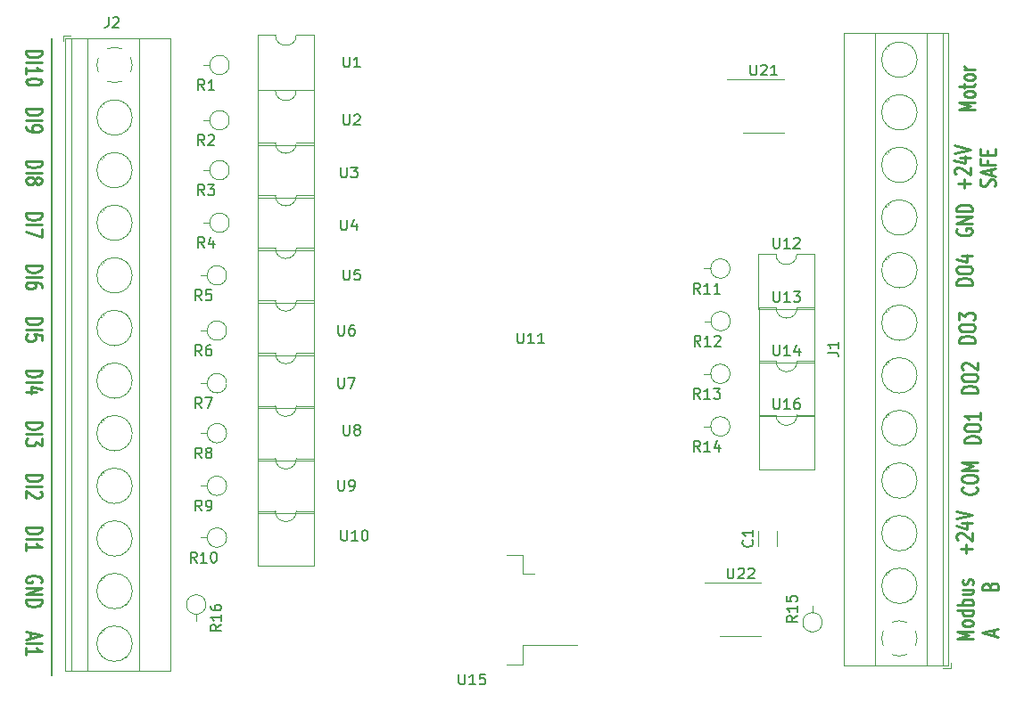
<source format=gbr>
%TF.GenerationSoftware,KiCad,Pcbnew,7.0.5*%
%TF.CreationDate,2023-06-27T21:04:27+02:00*%
%TF.ProjectId,ESP32RIO,45535033-3252-4494-9f2e-6b696361645f,rev?*%
%TF.SameCoordinates,Original*%
%TF.FileFunction,Legend,Top*%
%TF.FilePolarity,Positive*%
%FSLAX46Y46*%
G04 Gerber Fmt 4.6, Leading zero omitted, Abs format (unit mm)*
G04 Created by KiCad (PCBNEW 7.0.5) date 2023-06-27 21:04:27*
%MOMM*%
%LPD*%
G01*
G04 APERTURE LIST*
%ADD10C,0.150000*%
%ADD11C,0.250000*%
%ADD12C,0.120000*%
G04 APERTURE END LIST*
D10*
X103500000Y-55250000D02*
X103500000Y-115750000D01*
D11*
X190359500Y-104188095D02*
X190359500Y-103350000D01*
X190930928Y-103769047D02*
X189788071Y-103769047D01*
X189573785Y-102878571D02*
X189502357Y-102826190D01*
X189502357Y-102826190D02*
X189430928Y-102721428D01*
X189430928Y-102721428D02*
X189430928Y-102459523D01*
X189430928Y-102459523D02*
X189502357Y-102354761D01*
X189502357Y-102354761D02*
X189573785Y-102302380D01*
X189573785Y-102302380D02*
X189716642Y-102249999D01*
X189716642Y-102249999D02*
X189859500Y-102249999D01*
X189859500Y-102249999D02*
X190073785Y-102302380D01*
X190073785Y-102302380D02*
X190930928Y-102930952D01*
X190930928Y-102930952D02*
X190930928Y-102249999D01*
X189930928Y-101307142D02*
X190930928Y-101307142D01*
X189359500Y-101569047D02*
X190430928Y-101830952D01*
X190430928Y-101830952D02*
X190430928Y-101149999D01*
X189430928Y-100888095D02*
X190930928Y-100521428D01*
X190930928Y-100521428D02*
X189430928Y-100154761D01*
X189502357Y-73338094D02*
X189430928Y-73442856D01*
X189430928Y-73442856D02*
X189430928Y-73599999D01*
X189430928Y-73599999D02*
X189502357Y-73757142D01*
X189502357Y-73757142D02*
X189645214Y-73861904D01*
X189645214Y-73861904D02*
X189788071Y-73914285D01*
X189788071Y-73914285D02*
X190073785Y-73966666D01*
X190073785Y-73966666D02*
X190288071Y-73966666D01*
X190288071Y-73966666D02*
X190573785Y-73914285D01*
X190573785Y-73914285D02*
X190716642Y-73861904D01*
X190716642Y-73861904D02*
X190859500Y-73757142D01*
X190859500Y-73757142D02*
X190930928Y-73599999D01*
X190930928Y-73599999D02*
X190930928Y-73495237D01*
X190930928Y-73495237D02*
X190859500Y-73338094D01*
X190859500Y-73338094D02*
X190788071Y-73285713D01*
X190788071Y-73285713D02*
X190288071Y-73285713D01*
X190288071Y-73285713D02*
X190288071Y-73495237D01*
X190930928Y-72814285D02*
X189430928Y-72814285D01*
X189430928Y-72814285D02*
X190930928Y-72185713D01*
X190930928Y-72185713D02*
X189430928Y-72185713D01*
X190930928Y-71661904D02*
X189430928Y-71661904D01*
X189430928Y-71661904D02*
X189430928Y-71399999D01*
X189430928Y-71399999D02*
X189502357Y-71242856D01*
X189502357Y-71242856D02*
X189645214Y-71138094D01*
X189645214Y-71138094D02*
X189788071Y-71085713D01*
X189788071Y-71085713D02*
X190073785Y-71033332D01*
X190073785Y-71033332D02*
X190288071Y-71033332D01*
X190288071Y-71033332D02*
X190573785Y-71085713D01*
X190573785Y-71085713D02*
X190716642Y-71138094D01*
X190716642Y-71138094D02*
X190859500Y-71242856D01*
X190859500Y-71242856D02*
X190930928Y-71399999D01*
X190930928Y-71399999D02*
X190930928Y-71661904D01*
X101069071Y-91731744D02*
X102569071Y-91731744D01*
X102569071Y-91731744D02*
X102569071Y-91993649D01*
X102569071Y-91993649D02*
X102497642Y-92150792D01*
X102497642Y-92150792D02*
X102354785Y-92255554D01*
X102354785Y-92255554D02*
X102211928Y-92307935D01*
X102211928Y-92307935D02*
X101926214Y-92360316D01*
X101926214Y-92360316D02*
X101711928Y-92360316D01*
X101711928Y-92360316D02*
X101426214Y-92307935D01*
X101426214Y-92307935D02*
X101283357Y-92255554D01*
X101283357Y-92255554D02*
X101140500Y-92150792D01*
X101140500Y-92150792D02*
X101069071Y-91993649D01*
X101069071Y-91993649D02*
X101069071Y-91731744D01*
X101069071Y-92831744D02*
X102569071Y-92831744D01*
X102569071Y-93250792D02*
X102569071Y-93931745D01*
X102569071Y-93931745D02*
X101997642Y-93565078D01*
X101997642Y-93565078D02*
X101997642Y-93722221D01*
X101997642Y-93722221D02*
X101926214Y-93826983D01*
X101926214Y-93826983D02*
X101854785Y-93879364D01*
X101854785Y-93879364D02*
X101711928Y-93931745D01*
X101711928Y-93931745D02*
X101354785Y-93931745D01*
X101354785Y-93931745D02*
X101211928Y-93879364D01*
X101211928Y-93879364D02*
X101140500Y-93826983D01*
X101140500Y-93826983D02*
X101069071Y-93722221D01*
X101069071Y-93722221D02*
X101069071Y-93407935D01*
X101069071Y-93407935D02*
X101140500Y-93303173D01*
X101140500Y-93303173D02*
X101211928Y-93250792D01*
X101069071Y-66870634D02*
X102569071Y-66870634D01*
X102569071Y-66870634D02*
X102569071Y-67132539D01*
X102569071Y-67132539D02*
X102497642Y-67289682D01*
X102497642Y-67289682D02*
X102354785Y-67394444D01*
X102354785Y-67394444D02*
X102211928Y-67446825D01*
X102211928Y-67446825D02*
X101926214Y-67499206D01*
X101926214Y-67499206D02*
X101711928Y-67499206D01*
X101711928Y-67499206D02*
X101426214Y-67446825D01*
X101426214Y-67446825D02*
X101283357Y-67394444D01*
X101283357Y-67394444D02*
X101140500Y-67289682D01*
X101140500Y-67289682D02*
X101069071Y-67132539D01*
X101069071Y-67132539D02*
X101069071Y-66870634D01*
X101069071Y-67970634D02*
X102569071Y-67970634D01*
X101926214Y-68651587D02*
X101997642Y-68546825D01*
X101997642Y-68546825D02*
X102069071Y-68494444D01*
X102069071Y-68494444D02*
X102211928Y-68442063D01*
X102211928Y-68442063D02*
X102283357Y-68442063D01*
X102283357Y-68442063D02*
X102426214Y-68494444D01*
X102426214Y-68494444D02*
X102497642Y-68546825D01*
X102497642Y-68546825D02*
X102569071Y-68651587D01*
X102569071Y-68651587D02*
X102569071Y-68861111D01*
X102569071Y-68861111D02*
X102497642Y-68965873D01*
X102497642Y-68965873D02*
X102426214Y-69018254D01*
X102426214Y-69018254D02*
X102283357Y-69070635D01*
X102283357Y-69070635D02*
X102211928Y-69070635D01*
X102211928Y-69070635D02*
X102069071Y-69018254D01*
X102069071Y-69018254D02*
X101997642Y-68965873D01*
X101997642Y-68965873D02*
X101926214Y-68861111D01*
X101926214Y-68861111D02*
X101926214Y-68651587D01*
X101926214Y-68651587D02*
X101854785Y-68546825D01*
X101854785Y-68546825D02*
X101783357Y-68494444D01*
X101783357Y-68494444D02*
X101640500Y-68442063D01*
X101640500Y-68442063D02*
X101354785Y-68442063D01*
X101354785Y-68442063D02*
X101211928Y-68494444D01*
X101211928Y-68494444D02*
X101140500Y-68546825D01*
X101140500Y-68546825D02*
X101069071Y-68651587D01*
X101069071Y-68651587D02*
X101069071Y-68861111D01*
X101069071Y-68861111D02*
X101140500Y-68965873D01*
X101140500Y-68965873D02*
X101211928Y-69018254D01*
X101211928Y-69018254D02*
X101354785Y-69070635D01*
X101354785Y-69070635D02*
X101640500Y-69070635D01*
X101640500Y-69070635D02*
X101783357Y-69018254D01*
X101783357Y-69018254D02*
X101854785Y-68965873D01*
X101854785Y-68965873D02*
X101926214Y-68861111D01*
X190930928Y-78638095D02*
X189430928Y-78638095D01*
X189430928Y-78638095D02*
X189430928Y-78376190D01*
X189430928Y-78376190D02*
X189502357Y-78219047D01*
X189502357Y-78219047D02*
X189645214Y-78114285D01*
X189645214Y-78114285D02*
X189788071Y-78061904D01*
X189788071Y-78061904D02*
X190073785Y-78009523D01*
X190073785Y-78009523D02*
X190288071Y-78009523D01*
X190288071Y-78009523D02*
X190573785Y-78061904D01*
X190573785Y-78061904D02*
X190716642Y-78114285D01*
X190716642Y-78114285D02*
X190859500Y-78219047D01*
X190859500Y-78219047D02*
X190930928Y-78376190D01*
X190930928Y-78376190D02*
X190930928Y-78638095D01*
X189430928Y-77328571D02*
X189430928Y-77119047D01*
X189430928Y-77119047D02*
X189502357Y-77014285D01*
X189502357Y-77014285D02*
X189645214Y-76909523D01*
X189645214Y-76909523D02*
X189930928Y-76857142D01*
X189930928Y-76857142D02*
X190430928Y-76857142D01*
X190430928Y-76857142D02*
X190716642Y-76909523D01*
X190716642Y-76909523D02*
X190859500Y-77014285D01*
X190859500Y-77014285D02*
X190930928Y-77119047D01*
X190930928Y-77119047D02*
X190930928Y-77328571D01*
X190930928Y-77328571D02*
X190859500Y-77433333D01*
X190859500Y-77433333D02*
X190716642Y-77538095D01*
X190716642Y-77538095D02*
X190430928Y-77590476D01*
X190430928Y-77590476D02*
X189930928Y-77590476D01*
X189930928Y-77590476D02*
X189645214Y-77538095D01*
X189645214Y-77538095D02*
X189502357Y-77433333D01*
X189502357Y-77433333D02*
X189430928Y-77328571D01*
X189930928Y-75914285D02*
X190930928Y-75914285D01*
X189359500Y-76176190D02*
X190430928Y-76438095D01*
X190430928Y-76438095D02*
X190430928Y-75757142D01*
X101069071Y-61898412D02*
X102569071Y-61898412D01*
X102569071Y-61898412D02*
X102569071Y-62160317D01*
X102569071Y-62160317D02*
X102497642Y-62317460D01*
X102497642Y-62317460D02*
X102354785Y-62422222D01*
X102354785Y-62422222D02*
X102211928Y-62474603D01*
X102211928Y-62474603D02*
X101926214Y-62526984D01*
X101926214Y-62526984D02*
X101711928Y-62526984D01*
X101711928Y-62526984D02*
X101426214Y-62474603D01*
X101426214Y-62474603D02*
X101283357Y-62422222D01*
X101283357Y-62422222D02*
X101140500Y-62317460D01*
X101140500Y-62317460D02*
X101069071Y-62160317D01*
X101069071Y-62160317D02*
X101069071Y-61898412D01*
X101069071Y-62998412D02*
X102569071Y-62998412D01*
X101069071Y-63574603D02*
X101069071Y-63784127D01*
X101069071Y-63784127D02*
X101140500Y-63888889D01*
X101140500Y-63888889D02*
X101211928Y-63941270D01*
X101211928Y-63941270D02*
X101426214Y-64046032D01*
X101426214Y-64046032D02*
X101711928Y-64098413D01*
X101711928Y-64098413D02*
X102283357Y-64098413D01*
X102283357Y-64098413D02*
X102426214Y-64046032D01*
X102426214Y-64046032D02*
X102497642Y-63993651D01*
X102497642Y-63993651D02*
X102569071Y-63888889D01*
X102569071Y-63888889D02*
X102569071Y-63679365D01*
X102569071Y-63679365D02*
X102497642Y-63574603D01*
X102497642Y-63574603D02*
X102426214Y-63522222D01*
X102426214Y-63522222D02*
X102283357Y-63469841D01*
X102283357Y-63469841D02*
X101926214Y-63469841D01*
X101926214Y-63469841D02*
X101783357Y-63522222D01*
X101783357Y-63522222D02*
X101711928Y-63574603D01*
X101711928Y-63574603D02*
X101640500Y-63679365D01*
X101640500Y-63679365D02*
X101640500Y-63888889D01*
X101640500Y-63888889D02*
X101711928Y-63993651D01*
X101711928Y-63993651D02*
X101783357Y-64046032D01*
X101783357Y-64046032D02*
X101926214Y-64098413D01*
X191180928Y-62016666D02*
X189680928Y-62016666D01*
X189680928Y-62016666D02*
X190752357Y-61649999D01*
X190752357Y-61649999D02*
X189680928Y-61283332D01*
X189680928Y-61283332D02*
X191180928Y-61283332D01*
X191180928Y-60602380D02*
X191109500Y-60707142D01*
X191109500Y-60707142D02*
X191038071Y-60759523D01*
X191038071Y-60759523D02*
X190895214Y-60811904D01*
X190895214Y-60811904D02*
X190466642Y-60811904D01*
X190466642Y-60811904D02*
X190323785Y-60759523D01*
X190323785Y-60759523D02*
X190252357Y-60707142D01*
X190252357Y-60707142D02*
X190180928Y-60602380D01*
X190180928Y-60602380D02*
X190180928Y-60445237D01*
X190180928Y-60445237D02*
X190252357Y-60340475D01*
X190252357Y-60340475D02*
X190323785Y-60288094D01*
X190323785Y-60288094D02*
X190466642Y-60235713D01*
X190466642Y-60235713D02*
X190895214Y-60235713D01*
X190895214Y-60235713D02*
X191038071Y-60288094D01*
X191038071Y-60288094D02*
X191109500Y-60340475D01*
X191109500Y-60340475D02*
X191180928Y-60445237D01*
X191180928Y-60445237D02*
X191180928Y-60602380D01*
X190180928Y-59921428D02*
X190180928Y-59502380D01*
X189680928Y-59764285D02*
X190966642Y-59764285D01*
X190966642Y-59764285D02*
X191109500Y-59711904D01*
X191109500Y-59711904D02*
X191180928Y-59607142D01*
X191180928Y-59607142D02*
X191180928Y-59502380D01*
X191180928Y-58978571D02*
X191109500Y-59083333D01*
X191109500Y-59083333D02*
X191038071Y-59135714D01*
X191038071Y-59135714D02*
X190895214Y-59188095D01*
X190895214Y-59188095D02*
X190466642Y-59188095D01*
X190466642Y-59188095D02*
X190323785Y-59135714D01*
X190323785Y-59135714D02*
X190252357Y-59083333D01*
X190252357Y-59083333D02*
X190180928Y-58978571D01*
X190180928Y-58978571D02*
X190180928Y-58821428D01*
X190180928Y-58821428D02*
X190252357Y-58716666D01*
X190252357Y-58716666D02*
X190323785Y-58664285D01*
X190323785Y-58664285D02*
X190466642Y-58611904D01*
X190466642Y-58611904D02*
X190895214Y-58611904D01*
X190895214Y-58611904D02*
X191038071Y-58664285D01*
X191038071Y-58664285D02*
X191109500Y-58716666D01*
X191109500Y-58716666D02*
X191180928Y-58821428D01*
X191180928Y-58821428D02*
X191180928Y-58978571D01*
X191180928Y-58140476D02*
X190180928Y-58140476D01*
X190466642Y-58140476D02*
X190323785Y-58088095D01*
X190323785Y-58088095D02*
X190252357Y-58035714D01*
X190252357Y-58035714D02*
X190180928Y-57930952D01*
X190180928Y-57930952D02*
X190180928Y-57826190D01*
X101497642Y-111702380D02*
X101497642Y-112226190D01*
X101069071Y-111597618D02*
X102569071Y-111964285D01*
X102569071Y-111964285D02*
X101069071Y-112330952D01*
X101069071Y-112697618D02*
X102569071Y-112697618D01*
X101069071Y-113797619D02*
X101069071Y-113169047D01*
X101069071Y-113483333D02*
X102569071Y-113483333D01*
X102569071Y-113483333D02*
X102354785Y-113378571D01*
X102354785Y-113378571D02*
X102211928Y-113273809D01*
X102211928Y-113273809D02*
X102140500Y-113169047D01*
X102497642Y-106911905D02*
X102569071Y-106807143D01*
X102569071Y-106807143D02*
X102569071Y-106650000D01*
X102569071Y-106650000D02*
X102497642Y-106492857D01*
X102497642Y-106492857D02*
X102354785Y-106388095D01*
X102354785Y-106388095D02*
X102211928Y-106335714D01*
X102211928Y-106335714D02*
X101926214Y-106283333D01*
X101926214Y-106283333D02*
X101711928Y-106283333D01*
X101711928Y-106283333D02*
X101426214Y-106335714D01*
X101426214Y-106335714D02*
X101283357Y-106388095D01*
X101283357Y-106388095D02*
X101140500Y-106492857D01*
X101140500Y-106492857D02*
X101069071Y-106650000D01*
X101069071Y-106650000D02*
X101069071Y-106754762D01*
X101069071Y-106754762D02*
X101140500Y-106911905D01*
X101140500Y-106911905D02*
X101211928Y-106964286D01*
X101211928Y-106964286D02*
X101711928Y-106964286D01*
X101711928Y-106964286D02*
X101711928Y-106754762D01*
X101069071Y-107435714D02*
X102569071Y-107435714D01*
X102569071Y-107435714D02*
X101069071Y-108064286D01*
X101069071Y-108064286D02*
X102569071Y-108064286D01*
X101069071Y-108588095D02*
X102569071Y-108588095D01*
X102569071Y-108588095D02*
X102569071Y-108850000D01*
X102569071Y-108850000D02*
X102497642Y-109007143D01*
X102497642Y-109007143D02*
X102354785Y-109111905D01*
X102354785Y-109111905D02*
X102211928Y-109164286D01*
X102211928Y-109164286D02*
X101926214Y-109216667D01*
X101926214Y-109216667D02*
X101711928Y-109216667D01*
X101711928Y-109216667D02*
X101426214Y-109164286D01*
X101426214Y-109164286D02*
X101283357Y-109111905D01*
X101283357Y-109111905D02*
X101140500Y-109007143D01*
X101140500Y-109007143D02*
X101069071Y-108850000D01*
X101069071Y-108850000D02*
X101069071Y-108588095D01*
X191680928Y-93638095D02*
X190180928Y-93638095D01*
X190180928Y-93638095D02*
X190180928Y-93376190D01*
X190180928Y-93376190D02*
X190252357Y-93219047D01*
X190252357Y-93219047D02*
X190395214Y-93114285D01*
X190395214Y-93114285D02*
X190538071Y-93061904D01*
X190538071Y-93061904D02*
X190823785Y-93009523D01*
X190823785Y-93009523D02*
X191038071Y-93009523D01*
X191038071Y-93009523D02*
X191323785Y-93061904D01*
X191323785Y-93061904D02*
X191466642Y-93114285D01*
X191466642Y-93114285D02*
X191609500Y-93219047D01*
X191609500Y-93219047D02*
X191680928Y-93376190D01*
X191680928Y-93376190D02*
X191680928Y-93638095D01*
X190180928Y-92328571D02*
X190180928Y-92119047D01*
X190180928Y-92119047D02*
X190252357Y-92014285D01*
X190252357Y-92014285D02*
X190395214Y-91909523D01*
X190395214Y-91909523D02*
X190680928Y-91857142D01*
X190680928Y-91857142D02*
X191180928Y-91857142D01*
X191180928Y-91857142D02*
X191466642Y-91909523D01*
X191466642Y-91909523D02*
X191609500Y-92014285D01*
X191609500Y-92014285D02*
X191680928Y-92119047D01*
X191680928Y-92119047D02*
X191680928Y-92328571D01*
X191680928Y-92328571D02*
X191609500Y-92433333D01*
X191609500Y-92433333D02*
X191466642Y-92538095D01*
X191466642Y-92538095D02*
X191180928Y-92590476D01*
X191180928Y-92590476D02*
X190680928Y-92590476D01*
X190680928Y-92590476D02*
X190395214Y-92538095D01*
X190395214Y-92538095D02*
X190252357Y-92433333D01*
X190252357Y-92433333D02*
X190180928Y-92328571D01*
X191680928Y-90809523D02*
X191680928Y-91438095D01*
X191680928Y-91123809D02*
X190180928Y-91123809D01*
X190180928Y-91123809D02*
X190395214Y-91228571D01*
X190395214Y-91228571D02*
X190538071Y-91333333D01*
X190538071Y-91333333D02*
X190609500Y-91438095D01*
X101069071Y-101676190D02*
X102569071Y-101676190D01*
X102569071Y-101676190D02*
X102569071Y-101938095D01*
X102569071Y-101938095D02*
X102497642Y-102095238D01*
X102497642Y-102095238D02*
X102354785Y-102200000D01*
X102354785Y-102200000D02*
X102211928Y-102252381D01*
X102211928Y-102252381D02*
X101926214Y-102304762D01*
X101926214Y-102304762D02*
X101711928Y-102304762D01*
X101711928Y-102304762D02*
X101426214Y-102252381D01*
X101426214Y-102252381D02*
X101283357Y-102200000D01*
X101283357Y-102200000D02*
X101140500Y-102095238D01*
X101140500Y-102095238D02*
X101069071Y-101938095D01*
X101069071Y-101938095D02*
X101069071Y-101676190D01*
X101069071Y-102776190D02*
X102569071Y-102776190D01*
X101069071Y-103876191D02*
X101069071Y-103247619D01*
X101069071Y-103561905D02*
X102569071Y-103561905D01*
X102569071Y-103561905D02*
X102354785Y-103457143D01*
X102354785Y-103457143D02*
X102211928Y-103352381D01*
X102211928Y-103352381D02*
X102140500Y-103247619D01*
X101069071Y-56402380D02*
X102569071Y-56402380D01*
X102569071Y-56402380D02*
X102569071Y-56664285D01*
X102569071Y-56664285D02*
X102497642Y-56821428D01*
X102497642Y-56821428D02*
X102354785Y-56926190D01*
X102354785Y-56926190D02*
X102211928Y-56978571D01*
X102211928Y-56978571D02*
X101926214Y-57030952D01*
X101926214Y-57030952D02*
X101711928Y-57030952D01*
X101711928Y-57030952D02*
X101426214Y-56978571D01*
X101426214Y-56978571D02*
X101283357Y-56926190D01*
X101283357Y-56926190D02*
X101140500Y-56821428D01*
X101140500Y-56821428D02*
X101069071Y-56664285D01*
X101069071Y-56664285D02*
X101069071Y-56402380D01*
X101069071Y-57502380D02*
X102569071Y-57502380D01*
X101069071Y-58602381D02*
X101069071Y-57973809D01*
X101069071Y-58288095D02*
X102569071Y-58288095D01*
X102569071Y-58288095D02*
X102354785Y-58183333D01*
X102354785Y-58183333D02*
X102211928Y-58078571D01*
X102211928Y-58078571D02*
X102140500Y-57973809D01*
X102569071Y-59283333D02*
X102569071Y-59388095D01*
X102569071Y-59388095D02*
X102497642Y-59492857D01*
X102497642Y-59492857D02*
X102426214Y-59545238D01*
X102426214Y-59545238D02*
X102283357Y-59597619D01*
X102283357Y-59597619D02*
X101997642Y-59650000D01*
X101997642Y-59650000D02*
X101640500Y-59650000D01*
X101640500Y-59650000D02*
X101354785Y-59597619D01*
X101354785Y-59597619D02*
X101211928Y-59545238D01*
X101211928Y-59545238D02*
X101140500Y-59492857D01*
X101140500Y-59492857D02*
X101069071Y-59388095D01*
X101069071Y-59388095D02*
X101069071Y-59283333D01*
X101069071Y-59283333D02*
X101140500Y-59178571D01*
X101140500Y-59178571D02*
X101211928Y-59126190D01*
X101211928Y-59126190D02*
X101354785Y-59073809D01*
X101354785Y-59073809D02*
X101640500Y-59021428D01*
X101640500Y-59021428D02*
X101997642Y-59021428D01*
X101997642Y-59021428D02*
X102283357Y-59073809D01*
X102283357Y-59073809D02*
X102426214Y-59126190D01*
X102426214Y-59126190D02*
X102497642Y-59178571D01*
X102497642Y-59178571D02*
X102569071Y-59283333D01*
X101069071Y-71842856D02*
X102569071Y-71842856D01*
X102569071Y-71842856D02*
X102569071Y-72104761D01*
X102569071Y-72104761D02*
X102497642Y-72261904D01*
X102497642Y-72261904D02*
X102354785Y-72366666D01*
X102354785Y-72366666D02*
X102211928Y-72419047D01*
X102211928Y-72419047D02*
X101926214Y-72471428D01*
X101926214Y-72471428D02*
X101711928Y-72471428D01*
X101711928Y-72471428D02*
X101426214Y-72419047D01*
X101426214Y-72419047D02*
X101283357Y-72366666D01*
X101283357Y-72366666D02*
X101140500Y-72261904D01*
X101140500Y-72261904D02*
X101069071Y-72104761D01*
X101069071Y-72104761D02*
X101069071Y-71842856D01*
X101069071Y-72942856D02*
X102569071Y-72942856D01*
X102569071Y-73361904D02*
X102569071Y-74095238D01*
X102569071Y-74095238D02*
X101069071Y-73623809D01*
X191180928Y-84138095D02*
X189680928Y-84138095D01*
X189680928Y-84138095D02*
X189680928Y-83876190D01*
X189680928Y-83876190D02*
X189752357Y-83719047D01*
X189752357Y-83719047D02*
X189895214Y-83614285D01*
X189895214Y-83614285D02*
X190038071Y-83561904D01*
X190038071Y-83561904D02*
X190323785Y-83509523D01*
X190323785Y-83509523D02*
X190538071Y-83509523D01*
X190538071Y-83509523D02*
X190823785Y-83561904D01*
X190823785Y-83561904D02*
X190966642Y-83614285D01*
X190966642Y-83614285D02*
X191109500Y-83719047D01*
X191109500Y-83719047D02*
X191180928Y-83876190D01*
X191180928Y-83876190D02*
X191180928Y-84138095D01*
X189680928Y-82828571D02*
X189680928Y-82619047D01*
X189680928Y-82619047D02*
X189752357Y-82514285D01*
X189752357Y-82514285D02*
X189895214Y-82409523D01*
X189895214Y-82409523D02*
X190180928Y-82357142D01*
X190180928Y-82357142D02*
X190680928Y-82357142D01*
X190680928Y-82357142D02*
X190966642Y-82409523D01*
X190966642Y-82409523D02*
X191109500Y-82514285D01*
X191109500Y-82514285D02*
X191180928Y-82619047D01*
X191180928Y-82619047D02*
X191180928Y-82828571D01*
X191180928Y-82828571D02*
X191109500Y-82933333D01*
X191109500Y-82933333D02*
X190966642Y-83038095D01*
X190966642Y-83038095D02*
X190680928Y-83090476D01*
X190680928Y-83090476D02*
X190180928Y-83090476D01*
X190180928Y-83090476D02*
X189895214Y-83038095D01*
X189895214Y-83038095D02*
X189752357Y-82933333D01*
X189752357Y-82933333D02*
X189680928Y-82828571D01*
X189680928Y-81990476D02*
X189680928Y-81309523D01*
X189680928Y-81309523D02*
X190252357Y-81676190D01*
X190252357Y-81676190D02*
X190252357Y-81519047D01*
X190252357Y-81519047D02*
X190323785Y-81414285D01*
X190323785Y-81414285D02*
X190395214Y-81361904D01*
X190395214Y-81361904D02*
X190538071Y-81309523D01*
X190538071Y-81309523D02*
X190895214Y-81309523D01*
X190895214Y-81309523D02*
X191038071Y-81361904D01*
X191038071Y-81361904D02*
X191109500Y-81414285D01*
X191109500Y-81414285D02*
X191180928Y-81519047D01*
X191180928Y-81519047D02*
X191180928Y-81833333D01*
X191180928Y-81833333D02*
X191109500Y-81938095D01*
X191109500Y-81938095D02*
X191038071Y-81990476D01*
X190152000Y-69438095D02*
X190152000Y-68600000D01*
X190723428Y-69019047D02*
X189580571Y-69019047D01*
X189366285Y-68128571D02*
X189294857Y-68076190D01*
X189294857Y-68076190D02*
X189223428Y-67971428D01*
X189223428Y-67971428D02*
X189223428Y-67709523D01*
X189223428Y-67709523D02*
X189294857Y-67604761D01*
X189294857Y-67604761D02*
X189366285Y-67552380D01*
X189366285Y-67552380D02*
X189509142Y-67499999D01*
X189509142Y-67499999D02*
X189652000Y-67499999D01*
X189652000Y-67499999D02*
X189866285Y-67552380D01*
X189866285Y-67552380D02*
X190723428Y-68180952D01*
X190723428Y-68180952D02*
X190723428Y-67499999D01*
X189723428Y-66557142D02*
X190723428Y-66557142D01*
X189152000Y-66819047D02*
X190223428Y-67080952D01*
X190223428Y-67080952D02*
X190223428Y-66399999D01*
X189223428Y-66138095D02*
X190723428Y-65771428D01*
X190723428Y-65771428D02*
X189223428Y-65404761D01*
X193067000Y-69254761D02*
X193138428Y-69097618D01*
X193138428Y-69097618D02*
X193138428Y-68835713D01*
X193138428Y-68835713D02*
X193067000Y-68730951D01*
X193067000Y-68730951D02*
X192995571Y-68678570D01*
X192995571Y-68678570D02*
X192852714Y-68626189D01*
X192852714Y-68626189D02*
X192709857Y-68626189D01*
X192709857Y-68626189D02*
X192567000Y-68678570D01*
X192567000Y-68678570D02*
X192495571Y-68730951D01*
X192495571Y-68730951D02*
X192424142Y-68835713D01*
X192424142Y-68835713D02*
X192352714Y-69045237D01*
X192352714Y-69045237D02*
X192281285Y-69149999D01*
X192281285Y-69149999D02*
X192209857Y-69202380D01*
X192209857Y-69202380D02*
X192067000Y-69254761D01*
X192067000Y-69254761D02*
X191924142Y-69254761D01*
X191924142Y-69254761D02*
X191781285Y-69202380D01*
X191781285Y-69202380D02*
X191709857Y-69149999D01*
X191709857Y-69149999D02*
X191638428Y-69045237D01*
X191638428Y-69045237D02*
X191638428Y-68783332D01*
X191638428Y-68783332D02*
X191709857Y-68626189D01*
X192709857Y-68207142D02*
X192709857Y-67683332D01*
X193138428Y-68311904D02*
X191638428Y-67945237D01*
X191638428Y-67945237D02*
X193138428Y-67578570D01*
X192352714Y-66845237D02*
X192352714Y-67211904D01*
X193138428Y-67211904D02*
X191638428Y-67211904D01*
X191638428Y-67211904D02*
X191638428Y-66688094D01*
X192352714Y-66269047D02*
X192352714Y-65902380D01*
X193138428Y-65745237D02*
X193138428Y-66269047D01*
X193138428Y-66269047D02*
X191638428Y-66269047D01*
X191638428Y-66269047D02*
X191638428Y-65745237D01*
X101069071Y-86759522D02*
X102569071Y-86759522D01*
X102569071Y-86759522D02*
X102569071Y-87021427D01*
X102569071Y-87021427D02*
X102497642Y-87178570D01*
X102497642Y-87178570D02*
X102354785Y-87283332D01*
X102354785Y-87283332D02*
X102211928Y-87335713D01*
X102211928Y-87335713D02*
X101926214Y-87388094D01*
X101926214Y-87388094D02*
X101711928Y-87388094D01*
X101711928Y-87388094D02*
X101426214Y-87335713D01*
X101426214Y-87335713D02*
X101283357Y-87283332D01*
X101283357Y-87283332D02*
X101140500Y-87178570D01*
X101140500Y-87178570D02*
X101069071Y-87021427D01*
X101069071Y-87021427D02*
X101069071Y-86759522D01*
X101069071Y-87859522D02*
X102569071Y-87859522D01*
X102069071Y-88854761D02*
X101069071Y-88854761D01*
X102640500Y-88592856D02*
X101569071Y-88330951D01*
X101569071Y-88330951D02*
X101569071Y-89011904D01*
X190973428Y-112302380D02*
X189473428Y-112302380D01*
X189473428Y-112302380D02*
X190544857Y-111935713D01*
X190544857Y-111935713D02*
X189473428Y-111569046D01*
X189473428Y-111569046D02*
X190973428Y-111569046D01*
X190973428Y-110888094D02*
X190902000Y-110992856D01*
X190902000Y-110992856D02*
X190830571Y-111045237D01*
X190830571Y-111045237D02*
X190687714Y-111097618D01*
X190687714Y-111097618D02*
X190259142Y-111097618D01*
X190259142Y-111097618D02*
X190116285Y-111045237D01*
X190116285Y-111045237D02*
X190044857Y-110992856D01*
X190044857Y-110992856D02*
X189973428Y-110888094D01*
X189973428Y-110888094D02*
X189973428Y-110730951D01*
X189973428Y-110730951D02*
X190044857Y-110626189D01*
X190044857Y-110626189D02*
X190116285Y-110573808D01*
X190116285Y-110573808D02*
X190259142Y-110521427D01*
X190259142Y-110521427D02*
X190687714Y-110521427D01*
X190687714Y-110521427D02*
X190830571Y-110573808D01*
X190830571Y-110573808D02*
X190902000Y-110626189D01*
X190902000Y-110626189D02*
X190973428Y-110730951D01*
X190973428Y-110730951D02*
X190973428Y-110888094D01*
X190973428Y-109578570D02*
X189473428Y-109578570D01*
X190902000Y-109578570D02*
X190973428Y-109683332D01*
X190973428Y-109683332D02*
X190973428Y-109892856D01*
X190973428Y-109892856D02*
X190902000Y-109997618D01*
X190902000Y-109997618D02*
X190830571Y-110049999D01*
X190830571Y-110049999D02*
X190687714Y-110102380D01*
X190687714Y-110102380D02*
X190259142Y-110102380D01*
X190259142Y-110102380D02*
X190116285Y-110049999D01*
X190116285Y-110049999D02*
X190044857Y-109997618D01*
X190044857Y-109997618D02*
X189973428Y-109892856D01*
X189973428Y-109892856D02*
X189973428Y-109683332D01*
X189973428Y-109683332D02*
X190044857Y-109578570D01*
X190973428Y-109054761D02*
X189473428Y-109054761D01*
X190044857Y-109054761D02*
X189973428Y-108949999D01*
X189973428Y-108949999D02*
X189973428Y-108740475D01*
X189973428Y-108740475D02*
X190044857Y-108635713D01*
X190044857Y-108635713D02*
X190116285Y-108583332D01*
X190116285Y-108583332D02*
X190259142Y-108530951D01*
X190259142Y-108530951D02*
X190687714Y-108530951D01*
X190687714Y-108530951D02*
X190830571Y-108583332D01*
X190830571Y-108583332D02*
X190902000Y-108635713D01*
X190902000Y-108635713D02*
X190973428Y-108740475D01*
X190973428Y-108740475D02*
X190973428Y-108949999D01*
X190973428Y-108949999D02*
X190902000Y-109054761D01*
X189973428Y-107588094D02*
X190973428Y-107588094D01*
X189973428Y-108059523D02*
X190759142Y-108059523D01*
X190759142Y-108059523D02*
X190902000Y-108007142D01*
X190902000Y-108007142D02*
X190973428Y-107902380D01*
X190973428Y-107902380D02*
X190973428Y-107745237D01*
X190973428Y-107745237D02*
X190902000Y-107640475D01*
X190902000Y-107640475D02*
X190830571Y-107588094D01*
X190902000Y-107116666D02*
X190973428Y-107011904D01*
X190973428Y-107011904D02*
X190973428Y-106802380D01*
X190973428Y-106802380D02*
X190902000Y-106697618D01*
X190902000Y-106697618D02*
X190759142Y-106645237D01*
X190759142Y-106645237D02*
X190687714Y-106645237D01*
X190687714Y-106645237D02*
X190544857Y-106697618D01*
X190544857Y-106697618D02*
X190473428Y-106802380D01*
X190473428Y-106802380D02*
X190473428Y-106959523D01*
X190473428Y-106959523D02*
X190402000Y-107064285D01*
X190402000Y-107064285D02*
X190259142Y-107116666D01*
X190259142Y-107116666D02*
X190187714Y-107116666D01*
X190187714Y-107116666D02*
X190044857Y-107064285D01*
X190044857Y-107064285D02*
X189973428Y-106959523D01*
X189973428Y-106959523D02*
X189973428Y-106802380D01*
X189973428Y-106802380D02*
X190044857Y-106697618D01*
X192959857Y-111988094D02*
X192959857Y-111464284D01*
X193388428Y-112092856D02*
X191888428Y-111726189D01*
X191888428Y-111726189D02*
X193388428Y-111359522D01*
X192602714Y-107273809D02*
X192674142Y-107116666D01*
X192674142Y-107116666D02*
X192745571Y-107064285D01*
X192745571Y-107064285D02*
X192888428Y-107011904D01*
X192888428Y-107011904D02*
X193102714Y-107011904D01*
X193102714Y-107011904D02*
X193245571Y-107064285D01*
X193245571Y-107064285D02*
X193317000Y-107116666D01*
X193317000Y-107116666D02*
X193388428Y-107221428D01*
X193388428Y-107221428D02*
X193388428Y-107640476D01*
X193388428Y-107640476D02*
X191888428Y-107640476D01*
X191888428Y-107640476D02*
X191888428Y-107273809D01*
X191888428Y-107273809D02*
X191959857Y-107169047D01*
X191959857Y-107169047D02*
X192031285Y-107116666D01*
X192031285Y-107116666D02*
X192174142Y-107064285D01*
X192174142Y-107064285D02*
X192317000Y-107064285D01*
X192317000Y-107064285D02*
X192459857Y-107116666D01*
X192459857Y-107116666D02*
X192531285Y-107169047D01*
X192531285Y-107169047D02*
X192602714Y-107273809D01*
X192602714Y-107273809D02*
X192602714Y-107640476D01*
X101069071Y-81787300D02*
X102569071Y-81787300D01*
X102569071Y-81787300D02*
X102569071Y-82049205D01*
X102569071Y-82049205D02*
X102497642Y-82206348D01*
X102497642Y-82206348D02*
X102354785Y-82311110D01*
X102354785Y-82311110D02*
X102211928Y-82363491D01*
X102211928Y-82363491D02*
X101926214Y-82415872D01*
X101926214Y-82415872D02*
X101711928Y-82415872D01*
X101711928Y-82415872D02*
X101426214Y-82363491D01*
X101426214Y-82363491D02*
X101283357Y-82311110D01*
X101283357Y-82311110D02*
X101140500Y-82206348D01*
X101140500Y-82206348D02*
X101069071Y-82049205D01*
X101069071Y-82049205D02*
X101069071Y-81787300D01*
X101069071Y-82887300D02*
X102569071Y-82887300D01*
X102569071Y-83934920D02*
X102569071Y-83411110D01*
X102569071Y-83411110D02*
X101854785Y-83358729D01*
X101854785Y-83358729D02*
X101926214Y-83411110D01*
X101926214Y-83411110D02*
X101997642Y-83515872D01*
X101997642Y-83515872D02*
X101997642Y-83777777D01*
X101997642Y-83777777D02*
X101926214Y-83882539D01*
X101926214Y-83882539D02*
X101854785Y-83934920D01*
X101854785Y-83934920D02*
X101711928Y-83987301D01*
X101711928Y-83987301D02*
X101354785Y-83987301D01*
X101354785Y-83987301D02*
X101211928Y-83934920D01*
X101211928Y-83934920D02*
X101140500Y-83882539D01*
X101140500Y-83882539D02*
X101069071Y-83777777D01*
X101069071Y-83777777D02*
X101069071Y-83515872D01*
X101069071Y-83515872D02*
X101140500Y-83411110D01*
X101140500Y-83411110D02*
X101211928Y-83358729D01*
X191430928Y-88888095D02*
X189930928Y-88888095D01*
X189930928Y-88888095D02*
X189930928Y-88626190D01*
X189930928Y-88626190D02*
X190002357Y-88469047D01*
X190002357Y-88469047D02*
X190145214Y-88364285D01*
X190145214Y-88364285D02*
X190288071Y-88311904D01*
X190288071Y-88311904D02*
X190573785Y-88259523D01*
X190573785Y-88259523D02*
X190788071Y-88259523D01*
X190788071Y-88259523D02*
X191073785Y-88311904D01*
X191073785Y-88311904D02*
X191216642Y-88364285D01*
X191216642Y-88364285D02*
X191359500Y-88469047D01*
X191359500Y-88469047D02*
X191430928Y-88626190D01*
X191430928Y-88626190D02*
X191430928Y-88888095D01*
X189930928Y-87578571D02*
X189930928Y-87369047D01*
X189930928Y-87369047D02*
X190002357Y-87264285D01*
X190002357Y-87264285D02*
X190145214Y-87159523D01*
X190145214Y-87159523D02*
X190430928Y-87107142D01*
X190430928Y-87107142D02*
X190930928Y-87107142D01*
X190930928Y-87107142D02*
X191216642Y-87159523D01*
X191216642Y-87159523D02*
X191359500Y-87264285D01*
X191359500Y-87264285D02*
X191430928Y-87369047D01*
X191430928Y-87369047D02*
X191430928Y-87578571D01*
X191430928Y-87578571D02*
X191359500Y-87683333D01*
X191359500Y-87683333D02*
X191216642Y-87788095D01*
X191216642Y-87788095D02*
X190930928Y-87840476D01*
X190930928Y-87840476D02*
X190430928Y-87840476D01*
X190430928Y-87840476D02*
X190145214Y-87788095D01*
X190145214Y-87788095D02*
X190002357Y-87683333D01*
X190002357Y-87683333D02*
X189930928Y-87578571D01*
X190073785Y-86688095D02*
X190002357Y-86635714D01*
X190002357Y-86635714D02*
X189930928Y-86530952D01*
X189930928Y-86530952D02*
X189930928Y-86269047D01*
X189930928Y-86269047D02*
X190002357Y-86164285D01*
X190002357Y-86164285D02*
X190073785Y-86111904D01*
X190073785Y-86111904D02*
X190216642Y-86059523D01*
X190216642Y-86059523D02*
X190359500Y-86059523D01*
X190359500Y-86059523D02*
X190573785Y-86111904D01*
X190573785Y-86111904D02*
X191430928Y-86740476D01*
X191430928Y-86740476D02*
X191430928Y-86059523D01*
X101069071Y-76815078D02*
X102569071Y-76815078D01*
X102569071Y-76815078D02*
X102569071Y-77076983D01*
X102569071Y-77076983D02*
X102497642Y-77234126D01*
X102497642Y-77234126D02*
X102354785Y-77338888D01*
X102354785Y-77338888D02*
X102211928Y-77391269D01*
X102211928Y-77391269D02*
X101926214Y-77443650D01*
X101926214Y-77443650D02*
X101711928Y-77443650D01*
X101711928Y-77443650D02*
X101426214Y-77391269D01*
X101426214Y-77391269D02*
X101283357Y-77338888D01*
X101283357Y-77338888D02*
X101140500Y-77234126D01*
X101140500Y-77234126D02*
X101069071Y-77076983D01*
X101069071Y-77076983D02*
X101069071Y-76815078D01*
X101069071Y-77915078D02*
X102569071Y-77915078D01*
X102569071Y-78910317D02*
X102569071Y-78700793D01*
X102569071Y-78700793D02*
X102497642Y-78596031D01*
X102497642Y-78596031D02*
X102426214Y-78543650D01*
X102426214Y-78543650D02*
X102211928Y-78438888D01*
X102211928Y-78438888D02*
X101926214Y-78386507D01*
X101926214Y-78386507D02*
X101354785Y-78386507D01*
X101354785Y-78386507D02*
X101211928Y-78438888D01*
X101211928Y-78438888D02*
X101140500Y-78491269D01*
X101140500Y-78491269D02*
X101069071Y-78596031D01*
X101069071Y-78596031D02*
X101069071Y-78805555D01*
X101069071Y-78805555D02*
X101140500Y-78910317D01*
X101140500Y-78910317D02*
X101211928Y-78962698D01*
X101211928Y-78962698D02*
X101354785Y-79015079D01*
X101354785Y-79015079D02*
X101711928Y-79015079D01*
X101711928Y-79015079D02*
X101854785Y-78962698D01*
X101854785Y-78962698D02*
X101926214Y-78910317D01*
X101926214Y-78910317D02*
X101997642Y-78805555D01*
X101997642Y-78805555D02*
X101997642Y-78596031D01*
X101997642Y-78596031D02*
X101926214Y-78491269D01*
X101926214Y-78491269D02*
X101854785Y-78438888D01*
X101854785Y-78438888D02*
X101711928Y-78386507D01*
X101069071Y-96703966D02*
X102569071Y-96703966D01*
X102569071Y-96703966D02*
X102569071Y-96965871D01*
X102569071Y-96965871D02*
X102497642Y-97123014D01*
X102497642Y-97123014D02*
X102354785Y-97227776D01*
X102354785Y-97227776D02*
X102211928Y-97280157D01*
X102211928Y-97280157D02*
X101926214Y-97332538D01*
X101926214Y-97332538D02*
X101711928Y-97332538D01*
X101711928Y-97332538D02*
X101426214Y-97280157D01*
X101426214Y-97280157D02*
X101283357Y-97227776D01*
X101283357Y-97227776D02*
X101140500Y-97123014D01*
X101140500Y-97123014D02*
X101069071Y-96965871D01*
X101069071Y-96965871D02*
X101069071Y-96703966D01*
X101069071Y-97803966D02*
X102569071Y-97803966D01*
X102426214Y-98275395D02*
X102497642Y-98327776D01*
X102497642Y-98327776D02*
X102569071Y-98432538D01*
X102569071Y-98432538D02*
X102569071Y-98694443D01*
X102569071Y-98694443D02*
X102497642Y-98799205D01*
X102497642Y-98799205D02*
X102426214Y-98851586D01*
X102426214Y-98851586D02*
X102283357Y-98903967D01*
X102283357Y-98903967D02*
X102140500Y-98903967D01*
X102140500Y-98903967D02*
X101926214Y-98851586D01*
X101926214Y-98851586D02*
X101069071Y-98223014D01*
X101069071Y-98223014D02*
X101069071Y-98903967D01*
X191288071Y-97864285D02*
X191359500Y-97916666D01*
X191359500Y-97916666D02*
X191430928Y-98073809D01*
X191430928Y-98073809D02*
X191430928Y-98178571D01*
X191430928Y-98178571D02*
X191359500Y-98335714D01*
X191359500Y-98335714D02*
X191216642Y-98440476D01*
X191216642Y-98440476D02*
X191073785Y-98492857D01*
X191073785Y-98492857D02*
X190788071Y-98545238D01*
X190788071Y-98545238D02*
X190573785Y-98545238D01*
X190573785Y-98545238D02*
X190288071Y-98492857D01*
X190288071Y-98492857D02*
X190145214Y-98440476D01*
X190145214Y-98440476D02*
X190002357Y-98335714D01*
X190002357Y-98335714D02*
X189930928Y-98178571D01*
X189930928Y-98178571D02*
X189930928Y-98073809D01*
X189930928Y-98073809D02*
X190002357Y-97916666D01*
X190002357Y-97916666D02*
X190073785Y-97864285D01*
X189930928Y-97183333D02*
X189930928Y-96973809D01*
X189930928Y-96973809D02*
X190002357Y-96869047D01*
X190002357Y-96869047D02*
X190145214Y-96764285D01*
X190145214Y-96764285D02*
X190430928Y-96711904D01*
X190430928Y-96711904D02*
X190930928Y-96711904D01*
X190930928Y-96711904D02*
X191216642Y-96764285D01*
X191216642Y-96764285D02*
X191359500Y-96869047D01*
X191359500Y-96869047D02*
X191430928Y-96973809D01*
X191430928Y-96973809D02*
X191430928Y-97183333D01*
X191430928Y-97183333D02*
X191359500Y-97288095D01*
X191359500Y-97288095D02*
X191216642Y-97392857D01*
X191216642Y-97392857D02*
X190930928Y-97445238D01*
X190930928Y-97445238D02*
X190430928Y-97445238D01*
X190430928Y-97445238D02*
X190145214Y-97392857D01*
X190145214Y-97392857D02*
X190002357Y-97288095D01*
X190002357Y-97288095D02*
X189930928Y-97183333D01*
X191430928Y-96240476D02*
X189930928Y-96240476D01*
X189930928Y-96240476D02*
X191002357Y-95873809D01*
X191002357Y-95873809D02*
X189930928Y-95507142D01*
X189930928Y-95507142D02*
X191430928Y-95507142D01*
D10*
%TO.C,C1*%
X170009580Y-102916666D02*
X170057200Y-102964285D01*
X170057200Y-102964285D02*
X170104819Y-103107142D01*
X170104819Y-103107142D02*
X170104819Y-103202380D01*
X170104819Y-103202380D02*
X170057200Y-103345237D01*
X170057200Y-103345237D02*
X169961961Y-103440475D01*
X169961961Y-103440475D02*
X169866723Y-103488094D01*
X169866723Y-103488094D02*
X169676247Y-103535713D01*
X169676247Y-103535713D02*
X169533390Y-103535713D01*
X169533390Y-103535713D02*
X169342914Y-103488094D01*
X169342914Y-103488094D02*
X169247676Y-103440475D01*
X169247676Y-103440475D02*
X169152438Y-103345237D01*
X169152438Y-103345237D02*
X169104819Y-103202380D01*
X169104819Y-103202380D02*
X169104819Y-103107142D01*
X169104819Y-103107142D02*
X169152438Y-102964285D01*
X169152438Y-102964285D02*
X169200057Y-102916666D01*
X170104819Y-101964285D02*
X170104819Y-102535713D01*
X170104819Y-102249999D02*
X169104819Y-102249999D01*
X169104819Y-102249999D02*
X169247676Y-102345237D01*
X169247676Y-102345237D02*
X169342914Y-102440475D01*
X169342914Y-102440475D02*
X169390533Y-102535713D01*
%TO.C,U8*%
X131238095Y-91954819D02*
X131238095Y-92764342D01*
X131238095Y-92764342D02*
X131285714Y-92859580D01*
X131285714Y-92859580D02*
X131333333Y-92907200D01*
X131333333Y-92907200D02*
X131428571Y-92954819D01*
X131428571Y-92954819D02*
X131619047Y-92954819D01*
X131619047Y-92954819D02*
X131714285Y-92907200D01*
X131714285Y-92907200D02*
X131761904Y-92859580D01*
X131761904Y-92859580D02*
X131809523Y-92764342D01*
X131809523Y-92764342D02*
X131809523Y-91954819D01*
X132428571Y-92383390D02*
X132333333Y-92335771D01*
X132333333Y-92335771D02*
X132285714Y-92288152D01*
X132285714Y-92288152D02*
X132238095Y-92192914D01*
X132238095Y-92192914D02*
X132238095Y-92145295D01*
X132238095Y-92145295D02*
X132285714Y-92050057D01*
X132285714Y-92050057D02*
X132333333Y-92002438D01*
X132333333Y-92002438D02*
X132428571Y-91954819D01*
X132428571Y-91954819D02*
X132619047Y-91954819D01*
X132619047Y-91954819D02*
X132714285Y-92002438D01*
X132714285Y-92002438D02*
X132761904Y-92050057D01*
X132761904Y-92050057D02*
X132809523Y-92145295D01*
X132809523Y-92145295D02*
X132809523Y-92192914D01*
X132809523Y-92192914D02*
X132761904Y-92288152D01*
X132761904Y-92288152D02*
X132714285Y-92335771D01*
X132714285Y-92335771D02*
X132619047Y-92383390D01*
X132619047Y-92383390D02*
X132428571Y-92383390D01*
X132428571Y-92383390D02*
X132333333Y-92431009D01*
X132333333Y-92431009D02*
X132285714Y-92478628D01*
X132285714Y-92478628D02*
X132238095Y-92573866D01*
X132238095Y-92573866D02*
X132238095Y-92764342D01*
X132238095Y-92764342D02*
X132285714Y-92859580D01*
X132285714Y-92859580D02*
X132333333Y-92907200D01*
X132333333Y-92907200D02*
X132428571Y-92954819D01*
X132428571Y-92954819D02*
X132619047Y-92954819D01*
X132619047Y-92954819D02*
X132714285Y-92907200D01*
X132714285Y-92907200D02*
X132761904Y-92859580D01*
X132761904Y-92859580D02*
X132809523Y-92764342D01*
X132809523Y-92764342D02*
X132809523Y-92573866D01*
X132809523Y-92573866D02*
X132761904Y-92478628D01*
X132761904Y-92478628D02*
X132714285Y-92431009D01*
X132714285Y-92431009D02*
X132619047Y-92383390D01*
%TO.C,U21*%
X169861905Y-57729819D02*
X169861905Y-58539342D01*
X169861905Y-58539342D02*
X169909524Y-58634580D01*
X169909524Y-58634580D02*
X169957143Y-58682200D01*
X169957143Y-58682200D02*
X170052381Y-58729819D01*
X170052381Y-58729819D02*
X170242857Y-58729819D01*
X170242857Y-58729819D02*
X170338095Y-58682200D01*
X170338095Y-58682200D02*
X170385714Y-58634580D01*
X170385714Y-58634580D02*
X170433333Y-58539342D01*
X170433333Y-58539342D02*
X170433333Y-57729819D01*
X170861905Y-57825057D02*
X170909524Y-57777438D01*
X170909524Y-57777438D02*
X171004762Y-57729819D01*
X171004762Y-57729819D02*
X171242857Y-57729819D01*
X171242857Y-57729819D02*
X171338095Y-57777438D01*
X171338095Y-57777438D02*
X171385714Y-57825057D01*
X171385714Y-57825057D02*
X171433333Y-57920295D01*
X171433333Y-57920295D02*
X171433333Y-58015533D01*
X171433333Y-58015533D02*
X171385714Y-58158390D01*
X171385714Y-58158390D02*
X170814286Y-58729819D01*
X170814286Y-58729819D02*
X171433333Y-58729819D01*
X172385714Y-58729819D02*
X171814286Y-58729819D01*
X172100000Y-58729819D02*
X172100000Y-57729819D01*
X172100000Y-57729819D02*
X172004762Y-57872676D01*
X172004762Y-57872676D02*
X171909524Y-57967914D01*
X171909524Y-57967914D02*
X171814286Y-58015533D01*
%TO.C,U4*%
X130988095Y-72454819D02*
X130988095Y-73264342D01*
X130988095Y-73264342D02*
X131035714Y-73359580D01*
X131035714Y-73359580D02*
X131083333Y-73407200D01*
X131083333Y-73407200D02*
X131178571Y-73454819D01*
X131178571Y-73454819D02*
X131369047Y-73454819D01*
X131369047Y-73454819D02*
X131464285Y-73407200D01*
X131464285Y-73407200D02*
X131511904Y-73359580D01*
X131511904Y-73359580D02*
X131559523Y-73264342D01*
X131559523Y-73264342D02*
X131559523Y-72454819D01*
X132464285Y-72788152D02*
X132464285Y-73454819D01*
X132226190Y-72407200D02*
X131988095Y-73121485D01*
X131988095Y-73121485D02*
X132607142Y-73121485D01*
%TO.C,R7*%
X117783333Y-90374819D02*
X117450000Y-89898628D01*
X117211905Y-90374819D02*
X117211905Y-89374819D01*
X117211905Y-89374819D02*
X117592857Y-89374819D01*
X117592857Y-89374819D02*
X117688095Y-89422438D01*
X117688095Y-89422438D02*
X117735714Y-89470057D01*
X117735714Y-89470057D02*
X117783333Y-89565295D01*
X117783333Y-89565295D02*
X117783333Y-89708152D01*
X117783333Y-89708152D02*
X117735714Y-89803390D01*
X117735714Y-89803390D02*
X117688095Y-89851009D01*
X117688095Y-89851009D02*
X117592857Y-89898628D01*
X117592857Y-89898628D02*
X117211905Y-89898628D01*
X118116667Y-89374819D02*
X118783333Y-89374819D01*
X118783333Y-89374819D02*
X118354762Y-90374819D01*
%TO.C,U15*%
X142186905Y-115629819D02*
X142186905Y-116439342D01*
X142186905Y-116439342D02*
X142234524Y-116534580D01*
X142234524Y-116534580D02*
X142282143Y-116582200D01*
X142282143Y-116582200D02*
X142377381Y-116629819D01*
X142377381Y-116629819D02*
X142567857Y-116629819D01*
X142567857Y-116629819D02*
X142663095Y-116582200D01*
X142663095Y-116582200D02*
X142710714Y-116534580D01*
X142710714Y-116534580D02*
X142758333Y-116439342D01*
X142758333Y-116439342D02*
X142758333Y-115629819D01*
X143758333Y-116629819D02*
X143186905Y-116629819D01*
X143472619Y-116629819D02*
X143472619Y-115629819D01*
X143472619Y-115629819D02*
X143377381Y-115772676D01*
X143377381Y-115772676D02*
X143282143Y-115867914D01*
X143282143Y-115867914D02*
X143186905Y-115915533D01*
X144663095Y-115629819D02*
X144186905Y-115629819D01*
X144186905Y-115629819D02*
X144139286Y-116106009D01*
X144139286Y-116106009D02*
X144186905Y-116058390D01*
X144186905Y-116058390D02*
X144282143Y-116010771D01*
X144282143Y-116010771D02*
X144520238Y-116010771D01*
X144520238Y-116010771D02*
X144615476Y-116058390D01*
X144615476Y-116058390D02*
X144663095Y-116106009D01*
X144663095Y-116106009D02*
X144710714Y-116201247D01*
X144710714Y-116201247D02*
X144710714Y-116439342D01*
X144710714Y-116439342D02*
X144663095Y-116534580D01*
X144663095Y-116534580D02*
X144615476Y-116582200D01*
X144615476Y-116582200D02*
X144520238Y-116629819D01*
X144520238Y-116629819D02*
X144282143Y-116629819D01*
X144282143Y-116629819D02*
X144186905Y-116582200D01*
X144186905Y-116582200D02*
X144139286Y-116534580D01*
%TO.C,R3*%
X118033333Y-70124819D02*
X117700000Y-69648628D01*
X117461905Y-70124819D02*
X117461905Y-69124819D01*
X117461905Y-69124819D02*
X117842857Y-69124819D01*
X117842857Y-69124819D02*
X117938095Y-69172438D01*
X117938095Y-69172438D02*
X117985714Y-69220057D01*
X117985714Y-69220057D02*
X118033333Y-69315295D01*
X118033333Y-69315295D02*
X118033333Y-69458152D01*
X118033333Y-69458152D02*
X117985714Y-69553390D01*
X117985714Y-69553390D02*
X117938095Y-69601009D01*
X117938095Y-69601009D02*
X117842857Y-69648628D01*
X117842857Y-69648628D02*
X117461905Y-69648628D01*
X118366667Y-69124819D02*
X118985714Y-69124819D01*
X118985714Y-69124819D02*
X118652381Y-69505771D01*
X118652381Y-69505771D02*
X118795238Y-69505771D01*
X118795238Y-69505771D02*
X118890476Y-69553390D01*
X118890476Y-69553390D02*
X118938095Y-69601009D01*
X118938095Y-69601009D02*
X118985714Y-69696247D01*
X118985714Y-69696247D02*
X118985714Y-69934342D01*
X118985714Y-69934342D02*
X118938095Y-70029580D01*
X118938095Y-70029580D02*
X118890476Y-70077200D01*
X118890476Y-70077200D02*
X118795238Y-70124819D01*
X118795238Y-70124819D02*
X118509524Y-70124819D01*
X118509524Y-70124819D02*
X118414286Y-70077200D01*
X118414286Y-70077200D02*
X118366667Y-70029580D01*
%TO.C,U1*%
X131238095Y-56954819D02*
X131238095Y-57764342D01*
X131238095Y-57764342D02*
X131285714Y-57859580D01*
X131285714Y-57859580D02*
X131333333Y-57907200D01*
X131333333Y-57907200D02*
X131428571Y-57954819D01*
X131428571Y-57954819D02*
X131619047Y-57954819D01*
X131619047Y-57954819D02*
X131714285Y-57907200D01*
X131714285Y-57907200D02*
X131761904Y-57859580D01*
X131761904Y-57859580D02*
X131809523Y-57764342D01*
X131809523Y-57764342D02*
X131809523Y-56954819D01*
X132809523Y-57954819D02*
X132238095Y-57954819D01*
X132523809Y-57954819D02*
X132523809Y-56954819D01*
X132523809Y-56954819D02*
X132428571Y-57097676D01*
X132428571Y-57097676D02*
X132333333Y-57192914D01*
X132333333Y-57192914D02*
X132238095Y-57240533D01*
%TO.C,R11*%
X165089174Y-79477279D02*
X164755841Y-79001088D01*
X164517746Y-79477279D02*
X164517746Y-78477279D01*
X164517746Y-78477279D02*
X164898698Y-78477279D01*
X164898698Y-78477279D02*
X164993936Y-78524898D01*
X164993936Y-78524898D02*
X165041555Y-78572517D01*
X165041555Y-78572517D02*
X165089174Y-78667755D01*
X165089174Y-78667755D02*
X165089174Y-78810612D01*
X165089174Y-78810612D02*
X165041555Y-78905850D01*
X165041555Y-78905850D02*
X164993936Y-78953469D01*
X164993936Y-78953469D02*
X164898698Y-79001088D01*
X164898698Y-79001088D02*
X164517746Y-79001088D01*
X166041555Y-79477279D02*
X165470127Y-79477279D01*
X165755841Y-79477279D02*
X165755841Y-78477279D01*
X165755841Y-78477279D02*
X165660603Y-78620136D01*
X165660603Y-78620136D02*
X165565365Y-78715374D01*
X165565365Y-78715374D02*
X165470127Y-78762993D01*
X166993936Y-79477279D02*
X166422508Y-79477279D01*
X166708222Y-79477279D02*
X166708222Y-78477279D01*
X166708222Y-78477279D02*
X166612984Y-78620136D01*
X166612984Y-78620136D02*
X166517746Y-78715374D01*
X166517746Y-78715374D02*
X166422508Y-78762993D01*
%TO.C,U10*%
X131011905Y-101954819D02*
X131011905Y-102764342D01*
X131011905Y-102764342D02*
X131059524Y-102859580D01*
X131059524Y-102859580D02*
X131107143Y-102907200D01*
X131107143Y-102907200D02*
X131202381Y-102954819D01*
X131202381Y-102954819D02*
X131392857Y-102954819D01*
X131392857Y-102954819D02*
X131488095Y-102907200D01*
X131488095Y-102907200D02*
X131535714Y-102859580D01*
X131535714Y-102859580D02*
X131583333Y-102764342D01*
X131583333Y-102764342D02*
X131583333Y-101954819D01*
X132583333Y-102954819D02*
X132011905Y-102954819D01*
X132297619Y-102954819D02*
X132297619Y-101954819D01*
X132297619Y-101954819D02*
X132202381Y-102097676D01*
X132202381Y-102097676D02*
X132107143Y-102192914D01*
X132107143Y-102192914D02*
X132011905Y-102240533D01*
X133202381Y-101954819D02*
X133297619Y-101954819D01*
X133297619Y-101954819D02*
X133392857Y-102002438D01*
X133392857Y-102002438D02*
X133440476Y-102050057D01*
X133440476Y-102050057D02*
X133488095Y-102145295D01*
X133488095Y-102145295D02*
X133535714Y-102335771D01*
X133535714Y-102335771D02*
X133535714Y-102573866D01*
X133535714Y-102573866D02*
X133488095Y-102764342D01*
X133488095Y-102764342D02*
X133440476Y-102859580D01*
X133440476Y-102859580D02*
X133392857Y-102907200D01*
X133392857Y-102907200D02*
X133297619Y-102954819D01*
X133297619Y-102954819D02*
X133202381Y-102954819D01*
X133202381Y-102954819D02*
X133107143Y-102907200D01*
X133107143Y-102907200D02*
X133059524Y-102859580D01*
X133059524Y-102859580D02*
X133011905Y-102764342D01*
X133011905Y-102764342D02*
X132964286Y-102573866D01*
X132964286Y-102573866D02*
X132964286Y-102335771D01*
X132964286Y-102335771D02*
X133011905Y-102145295D01*
X133011905Y-102145295D02*
X133059524Y-102050057D01*
X133059524Y-102050057D02*
X133107143Y-102002438D01*
X133107143Y-102002438D02*
X133202381Y-101954819D01*
%TO.C,U14*%
X172053937Y-84358945D02*
X172053937Y-85168468D01*
X172053937Y-85168468D02*
X172101556Y-85263706D01*
X172101556Y-85263706D02*
X172149175Y-85311326D01*
X172149175Y-85311326D02*
X172244413Y-85358945D01*
X172244413Y-85358945D02*
X172434889Y-85358945D01*
X172434889Y-85358945D02*
X172530127Y-85311326D01*
X172530127Y-85311326D02*
X172577746Y-85263706D01*
X172577746Y-85263706D02*
X172625365Y-85168468D01*
X172625365Y-85168468D02*
X172625365Y-84358945D01*
X173625365Y-85358945D02*
X173053937Y-85358945D01*
X173339651Y-85358945D02*
X173339651Y-84358945D01*
X173339651Y-84358945D02*
X173244413Y-84501802D01*
X173244413Y-84501802D02*
X173149175Y-84597040D01*
X173149175Y-84597040D02*
X173053937Y-84644659D01*
X174482508Y-84692278D02*
X174482508Y-85358945D01*
X174244413Y-84311326D02*
X174006318Y-85025611D01*
X174006318Y-85025611D02*
X174625365Y-85025611D01*
%TO.C,U16*%
X172053937Y-89452278D02*
X172053937Y-90261801D01*
X172053937Y-90261801D02*
X172101556Y-90357039D01*
X172101556Y-90357039D02*
X172149175Y-90404659D01*
X172149175Y-90404659D02*
X172244413Y-90452278D01*
X172244413Y-90452278D02*
X172434889Y-90452278D01*
X172434889Y-90452278D02*
X172530127Y-90404659D01*
X172530127Y-90404659D02*
X172577746Y-90357039D01*
X172577746Y-90357039D02*
X172625365Y-90261801D01*
X172625365Y-90261801D02*
X172625365Y-89452278D01*
X173625365Y-90452278D02*
X173053937Y-90452278D01*
X173339651Y-90452278D02*
X173339651Y-89452278D01*
X173339651Y-89452278D02*
X173244413Y-89595135D01*
X173244413Y-89595135D02*
X173149175Y-89690373D01*
X173149175Y-89690373D02*
X173053937Y-89737992D01*
X174482508Y-89452278D02*
X174292032Y-89452278D01*
X174292032Y-89452278D02*
X174196794Y-89499897D01*
X174196794Y-89499897D02*
X174149175Y-89547516D01*
X174149175Y-89547516D02*
X174053937Y-89690373D01*
X174053937Y-89690373D02*
X174006318Y-89880849D01*
X174006318Y-89880849D02*
X174006318Y-90261801D01*
X174006318Y-90261801D02*
X174053937Y-90357039D01*
X174053937Y-90357039D02*
X174101556Y-90404659D01*
X174101556Y-90404659D02*
X174196794Y-90452278D01*
X174196794Y-90452278D02*
X174387270Y-90452278D01*
X174387270Y-90452278D02*
X174482508Y-90404659D01*
X174482508Y-90404659D02*
X174530127Y-90357039D01*
X174530127Y-90357039D02*
X174577746Y-90261801D01*
X174577746Y-90261801D02*
X174577746Y-90023706D01*
X174577746Y-90023706D02*
X174530127Y-89928468D01*
X174530127Y-89928468D02*
X174482508Y-89880849D01*
X174482508Y-89880849D02*
X174387270Y-89833230D01*
X174387270Y-89833230D02*
X174196794Y-89833230D01*
X174196794Y-89833230D02*
X174101556Y-89880849D01*
X174101556Y-89880849D02*
X174053937Y-89928468D01*
X174053937Y-89928468D02*
X174006318Y-90023706D01*
%TO.C,R13*%
X165089174Y-89477279D02*
X164755841Y-89001088D01*
X164517746Y-89477279D02*
X164517746Y-88477279D01*
X164517746Y-88477279D02*
X164898698Y-88477279D01*
X164898698Y-88477279D02*
X164993936Y-88524898D01*
X164993936Y-88524898D02*
X165041555Y-88572517D01*
X165041555Y-88572517D02*
X165089174Y-88667755D01*
X165089174Y-88667755D02*
X165089174Y-88810612D01*
X165089174Y-88810612D02*
X165041555Y-88905850D01*
X165041555Y-88905850D02*
X164993936Y-88953469D01*
X164993936Y-88953469D02*
X164898698Y-89001088D01*
X164898698Y-89001088D02*
X164517746Y-89001088D01*
X166041555Y-89477279D02*
X165470127Y-89477279D01*
X165755841Y-89477279D02*
X165755841Y-88477279D01*
X165755841Y-88477279D02*
X165660603Y-88620136D01*
X165660603Y-88620136D02*
X165565365Y-88715374D01*
X165565365Y-88715374D02*
X165470127Y-88762993D01*
X166374889Y-88477279D02*
X166993936Y-88477279D01*
X166993936Y-88477279D02*
X166660603Y-88858231D01*
X166660603Y-88858231D02*
X166803460Y-88858231D01*
X166803460Y-88858231D02*
X166898698Y-88905850D01*
X166898698Y-88905850D02*
X166946317Y-88953469D01*
X166946317Y-88953469D02*
X166993936Y-89048707D01*
X166993936Y-89048707D02*
X166993936Y-89286802D01*
X166993936Y-89286802D02*
X166946317Y-89382040D01*
X166946317Y-89382040D02*
X166898698Y-89429660D01*
X166898698Y-89429660D02*
X166803460Y-89477279D01*
X166803460Y-89477279D02*
X166517746Y-89477279D01*
X166517746Y-89477279D02*
X166422508Y-89429660D01*
X166422508Y-89429660D02*
X166374889Y-89382040D01*
%TO.C,R15*%
X174284819Y-110092857D02*
X173808628Y-110426190D01*
X174284819Y-110664285D02*
X173284819Y-110664285D01*
X173284819Y-110664285D02*
X173284819Y-110283333D01*
X173284819Y-110283333D02*
X173332438Y-110188095D01*
X173332438Y-110188095D02*
X173380057Y-110140476D01*
X173380057Y-110140476D02*
X173475295Y-110092857D01*
X173475295Y-110092857D02*
X173618152Y-110092857D01*
X173618152Y-110092857D02*
X173713390Y-110140476D01*
X173713390Y-110140476D02*
X173761009Y-110188095D01*
X173761009Y-110188095D02*
X173808628Y-110283333D01*
X173808628Y-110283333D02*
X173808628Y-110664285D01*
X174284819Y-109140476D02*
X174284819Y-109711904D01*
X174284819Y-109426190D02*
X173284819Y-109426190D01*
X173284819Y-109426190D02*
X173427676Y-109521428D01*
X173427676Y-109521428D02*
X173522914Y-109616666D01*
X173522914Y-109616666D02*
X173570533Y-109711904D01*
X173284819Y-108235714D02*
X173284819Y-108711904D01*
X173284819Y-108711904D02*
X173761009Y-108759523D01*
X173761009Y-108759523D02*
X173713390Y-108711904D01*
X173713390Y-108711904D02*
X173665771Y-108616666D01*
X173665771Y-108616666D02*
X173665771Y-108378571D01*
X173665771Y-108378571D02*
X173713390Y-108283333D01*
X173713390Y-108283333D02*
X173761009Y-108235714D01*
X173761009Y-108235714D02*
X173856247Y-108188095D01*
X173856247Y-108188095D02*
X174094342Y-108188095D01*
X174094342Y-108188095D02*
X174189580Y-108235714D01*
X174189580Y-108235714D02*
X174237200Y-108283333D01*
X174237200Y-108283333D02*
X174284819Y-108378571D01*
X174284819Y-108378571D02*
X174284819Y-108616666D01*
X174284819Y-108616666D02*
X174237200Y-108711904D01*
X174237200Y-108711904D02*
X174189580Y-108759523D01*
%TO.C,R6*%
X117783333Y-85374819D02*
X117450000Y-84898628D01*
X117211905Y-85374819D02*
X117211905Y-84374819D01*
X117211905Y-84374819D02*
X117592857Y-84374819D01*
X117592857Y-84374819D02*
X117688095Y-84422438D01*
X117688095Y-84422438D02*
X117735714Y-84470057D01*
X117735714Y-84470057D02*
X117783333Y-84565295D01*
X117783333Y-84565295D02*
X117783333Y-84708152D01*
X117783333Y-84708152D02*
X117735714Y-84803390D01*
X117735714Y-84803390D02*
X117688095Y-84851009D01*
X117688095Y-84851009D02*
X117592857Y-84898628D01*
X117592857Y-84898628D02*
X117211905Y-84898628D01*
X118640476Y-84374819D02*
X118450000Y-84374819D01*
X118450000Y-84374819D02*
X118354762Y-84422438D01*
X118354762Y-84422438D02*
X118307143Y-84470057D01*
X118307143Y-84470057D02*
X118211905Y-84612914D01*
X118211905Y-84612914D02*
X118164286Y-84803390D01*
X118164286Y-84803390D02*
X118164286Y-85184342D01*
X118164286Y-85184342D02*
X118211905Y-85279580D01*
X118211905Y-85279580D02*
X118259524Y-85327200D01*
X118259524Y-85327200D02*
X118354762Y-85374819D01*
X118354762Y-85374819D02*
X118545238Y-85374819D01*
X118545238Y-85374819D02*
X118640476Y-85327200D01*
X118640476Y-85327200D02*
X118688095Y-85279580D01*
X118688095Y-85279580D02*
X118735714Y-85184342D01*
X118735714Y-85184342D02*
X118735714Y-84946247D01*
X118735714Y-84946247D02*
X118688095Y-84851009D01*
X118688095Y-84851009D02*
X118640476Y-84803390D01*
X118640476Y-84803390D02*
X118545238Y-84755771D01*
X118545238Y-84755771D02*
X118354762Y-84755771D01*
X118354762Y-84755771D02*
X118259524Y-84803390D01*
X118259524Y-84803390D02*
X118211905Y-84851009D01*
X118211905Y-84851009D02*
X118164286Y-84946247D01*
%TO.C,U9*%
X130738095Y-97204819D02*
X130738095Y-98014342D01*
X130738095Y-98014342D02*
X130785714Y-98109580D01*
X130785714Y-98109580D02*
X130833333Y-98157200D01*
X130833333Y-98157200D02*
X130928571Y-98204819D01*
X130928571Y-98204819D02*
X131119047Y-98204819D01*
X131119047Y-98204819D02*
X131214285Y-98157200D01*
X131214285Y-98157200D02*
X131261904Y-98109580D01*
X131261904Y-98109580D02*
X131309523Y-98014342D01*
X131309523Y-98014342D02*
X131309523Y-97204819D01*
X131833333Y-98204819D02*
X132023809Y-98204819D01*
X132023809Y-98204819D02*
X132119047Y-98157200D01*
X132119047Y-98157200D02*
X132166666Y-98109580D01*
X132166666Y-98109580D02*
X132261904Y-97966723D01*
X132261904Y-97966723D02*
X132309523Y-97776247D01*
X132309523Y-97776247D02*
X132309523Y-97395295D01*
X132309523Y-97395295D02*
X132261904Y-97300057D01*
X132261904Y-97300057D02*
X132214285Y-97252438D01*
X132214285Y-97252438D02*
X132119047Y-97204819D01*
X132119047Y-97204819D02*
X131928571Y-97204819D01*
X131928571Y-97204819D02*
X131833333Y-97252438D01*
X131833333Y-97252438D02*
X131785714Y-97300057D01*
X131785714Y-97300057D02*
X131738095Y-97395295D01*
X131738095Y-97395295D02*
X131738095Y-97633390D01*
X131738095Y-97633390D02*
X131785714Y-97728628D01*
X131785714Y-97728628D02*
X131833333Y-97776247D01*
X131833333Y-97776247D02*
X131928571Y-97823866D01*
X131928571Y-97823866D02*
X132119047Y-97823866D01*
X132119047Y-97823866D02*
X132214285Y-97776247D01*
X132214285Y-97776247D02*
X132261904Y-97728628D01*
X132261904Y-97728628D02*
X132309523Y-97633390D01*
%TO.C,R4*%
X118033333Y-75124819D02*
X117700000Y-74648628D01*
X117461905Y-75124819D02*
X117461905Y-74124819D01*
X117461905Y-74124819D02*
X117842857Y-74124819D01*
X117842857Y-74124819D02*
X117938095Y-74172438D01*
X117938095Y-74172438D02*
X117985714Y-74220057D01*
X117985714Y-74220057D02*
X118033333Y-74315295D01*
X118033333Y-74315295D02*
X118033333Y-74458152D01*
X118033333Y-74458152D02*
X117985714Y-74553390D01*
X117985714Y-74553390D02*
X117938095Y-74601009D01*
X117938095Y-74601009D02*
X117842857Y-74648628D01*
X117842857Y-74648628D02*
X117461905Y-74648628D01*
X118890476Y-74458152D02*
X118890476Y-75124819D01*
X118652381Y-74077200D02*
X118414286Y-74791485D01*
X118414286Y-74791485D02*
X119033333Y-74791485D01*
%TO.C,R12*%
X165119174Y-84477279D02*
X164785841Y-84001088D01*
X164547746Y-84477279D02*
X164547746Y-83477279D01*
X164547746Y-83477279D02*
X164928698Y-83477279D01*
X164928698Y-83477279D02*
X165023936Y-83524898D01*
X165023936Y-83524898D02*
X165071555Y-83572517D01*
X165071555Y-83572517D02*
X165119174Y-83667755D01*
X165119174Y-83667755D02*
X165119174Y-83810612D01*
X165119174Y-83810612D02*
X165071555Y-83905850D01*
X165071555Y-83905850D02*
X165023936Y-83953469D01*
X165023936Y-83953469D02*
X164928698Y-84001088D01*
X164928698Y-84001088D02*
X164547746Y-84001088D01*
X166071555Y-84477279D02*
X165500127Y-84477279D01*
X165785841Y-84477279D02*
X165785841Y-83477279D01*
X165785841Y-83477279D02*
X165690603Y-83620136D01*
X165690603Y-83620136D02*
X165595365Y-83715374D01*
X165595365Y-83715374D02*
X165500127Y-83762993D01*
X166452508Y-83572517D02*
X166500127Y-83524898D01*
X166500127Y-83524898D02*
X166595365Y-83477279D01*
X166595365Y-83477279D02*
X166833460Y-83477279D01*
X166833460Y-83477279D02*
X166928698Y-83524898D01*
X166928698Y-83524898D02*
X166976317Y-83572517D01*
X166976317Y-83572517D02*
X167023936Y-83667755D01*
X167023936Y-83667755D02*
X167023936Y-83762993D01*
X167023936Y-83762993D02*
X166976317Y-83905850D01*
X166976317Y-83905850D02*
X166404889Y-84477279D01*
X166404889Y-84477279D02*
X167023936Y-84477279D01*
%TO.C,R9*%
X117783333Y-100124819D02*
X117450000Y-99648628D01*
X117211905Y-100124819D02*
X117211905Y-99124819D01*
X117211905Y-99124819D02*
X117592857Y-99124819D01*
X117592857Y-99124819D02*
X117688095Y-99172438D01*
X117688095Y-99172438D02*
X117735714Y-99220057D01*
X117735714Y-99220057D02*
X117783333Y-99315295D01*
X117783333Y-99315295D02*
X117783333Y-99458152D01*
X117783333Y-99458152D02*
X117735714Y-99553390D01*
X117735714Y-99553390D02*
X117688095Y-99601009D01*
X117688095Y-99601009D02*
X117592857Y-99648628D01*
X117592857Y-99648628D02*
X117211905Y-99648628D01*
X118259524Y-100124819D02*
X118450000Y-100124819D01*
X118450000Y-100124819D02*
X118545238Y-100077200D01*
X118545238Y-100077200D02*
X118592857Y-100029580D01*
X118592857Y-100029580D02*
X118688095Y-99886723D01*
X118688095Y-99886723D02*
X118735714Y-99696247D01*
X118735714Y-99696247D02*
X118735714Y-99315295D01*
X118735714Y-99315295D02*
X118688095Y-99220057D01*
X118688095Y-99220057D02*
X118640476Y-99172438D01*
X118640476Y-99172438D02*
X118545238Y-99124819D01*
X118545238Y-99124819D02*
X118354762Y-99124819D01*
X118354762Y-99124819D02*
X118259524Y-99172438D01*
X118259524Y-99172438D02*
X118211905Y-99220057D01*
X118211905Y-99220057D02*
X118164286Y-99315295D01*
X118164286Y-99315295D02*
X118164286Y-99553390D01*
X118164286Y-99553390D02*
X118211905Y-99648628D01*
X118211905Y-99648628D02*
X118259524Y-99696247D01*
X118259524Y-99696247D02*
X118354762Y-99743866D01*
X118354762Y-99743866D02*
X118545238Y-99743866D01*
X118545238Y-99743866D02*
X118640476Y-99696247D01*
X118640476Y-99696247D02*
X118688095Y-99648628D01*
X118688095Y-99648628D02*
X118735714Y-99553390D01*
%TO.C,R1*%
X118033333Y-60124819D02*
X117700000Y-59648628D01*
X117461905Y-60124819D02*
X117461905Y-59124819D01*
X117461905Y-59124819D02*
X117842857Y-59124819D01*
X117842857Y-59124819D02*
X117938095Y-59172438D01*
X117938095Y-59172438D02*
X117985714Y-59220057D01*
X117985714Y-59220057D02*
X118033333Y-59315295D01*
X118033333Y-59315295D02*
X118033333Y-59458152D01*
X118033333Y-59458152D02*
X117985714Y-59553390D01*
X117985714Y-59553390D02*
X117938095Y-59601009D01*
X117938095Y-59601009D02*
X117842857Y-59648628D01*
X117842857Y-59648628D02*
X117461905Y-59648628D01*
X118985714Y-60124819D02*
X118414286Y-60124819D01*
X118700000Y-60124819D02*
X118700000Y-59124819D01*
X118700000Y-59124819D02*
X118604762Y-59267676D01*
X118604762Y-59267676D02*
X118509524Y-59362914D01*
X118509524Y-59362914D02*
X118414286Y-59410533D01*
%TO.C,R10*%
X117307142Y-105044707D02*
X116973809Y-104568516D01*
X116735714Y-105044707D02*
X116735714Y-104044707D01*
X116735714Y-104044707D02*
X117116666Y-104044707D01*
X117116666Y-104044707D02*
X117211904Y-104092326D01*
X117211904Y-104092326D02*
X117259523Y-104139945D01*
X117259523Y-104139945D02*
X117307142Y-104235183D01*
X117307142Y-104235183D02*
X117307142Y-104378040D01*
X117307142Y-104378040D02*
X117259523Y-104473278D01*
X117259523Y-104473278D02*
X117211904Y-104520897D01*
X117211904Y-104520897D02*
X117116666Y-104568516D01*
X117116666Y-104568516D02*
X116735714Y-104568516D01*
X118259523Y-105044707D02*
X117688095Y-105044707D01*
X117973809Y-105044707D02*
X117973809Y-104044707D01*
X117973809Y-104044707D02*
X117878571Y-104187564D01*
X117878571Y-104187564D02*
X117783333Y-104282802D01*
X117783333Y-104282802D02*
X117688095Y-104330421D01*
X118878571Y-104044707D02*
X118973809Y-104044707D01*
X118973809Y-104044707D02*
X119069047Y-104092326D01*
X119069047Y-104092326D02*
X119116666Y-104139945D01*
X119116666Y-104139945D02*
X119164285Y-104235183D01*
X119164285Y-104235183D02*
X119211904Y-104425659D01*
X119211904Y-104425659D02*
X119211904Y-104663754D01*
X119211904Y-104663754D02*
X119164285Y-104854230D01*
X119164285Y-104854230D02*
X119116666Y-104949468D01*
X119116666Y-104949468D02*
X119069047Y-104997088D01*
X119069047Y-104997088D02*
X118973809Y-105044707D01*
X118973809Y-105044707D02*
X118878571Y-105044707D01*
X118878571Y-105044707D02*
X118783333Y-104997088D01*
X118783333Y-104997088D02*
X118735714Y-104949468D01*
X118735714Y-104949468D02*
X118688095Y-104854230D01*
X118688095Y-104854230D02*
X118640476Y-104663754D01*
X118640476Y-104663754D02*
X118640476Y-104425659D01*
X118640476Y-104425659D02*
X118688095Y-104235183D01*
X118688095Y-104235183D02*
X118735714Y-104139945D01*
X118735714Y-104139945D02*
X118783333Y-104092326D01*
X118783333Y-104092326D02*
X118878571Y-104044707D01*
%TO.C,R8*%
X117783333Y-95124819D02*
X117450000Y-94648628D01*
X117211905Y-95124819D02*
X117211905Y-94124819D01*
X117211905Y-94124819D02*
X117592857Y-94124819D01*
X117592857Y-94124819D02*
X117688095Y-94172438D01*
X117688095Y-94172438D02*
X117735714Y-94220057D01*
X117735714Y-94220057D02*
X117783333Y-94315295D01*
X117783333Y-94315295D02*
X117783333Y-94458152D01*
X117783333Y-94458152D02*
X117735714Y-94553390D01*
X117735714Y-94553390D02*
X117688095Y-94601009D01*
X117688095Y-94601009D02*
X117592857Y-94648628D01*
X117592857Y-94648628D02*
X117211905Y-94648628D01*
X118354762Y-94553390D02*
X118259524Y-94505771D01*
X118259524Y-94505771D02*
X118211905Y-94458152D01*
X118211905Y-94458152D02*
X118164286Y-94362914D01*
X118164286Y-94362914D02*
X118164286Y-94315295D01*
X118164286Y-94315295D02*
X118211905Y-94220057D01*
X118211905Y-94220057D02*
X118259524Y-94172438D01*
X118259524Y-94172438D02*
X118354762Y-94124819D01*
X118354762Y-94124819D02*
X118545238Y-94124819D01*
X118545238Y-94124819D02*
X118640476Y-94172438D01*
X118640476Y-94172438D02*
X118688095Y-94220057D01*
X118688095Y-94220057D02*
X118735714Y-94315295D01*
X118735714Y-94315295D02*
X118735714Y-94362914D01*
X118735714Y-94362914D02*
X118688095Y-94458152D01*
X118688095Y-94458152D02*
X118640476Y-94505771D01*
X118640476Y-94505771D02*
X118545238Y-94553390D01*
X118545238Y-94553390D02*
X118354762Y-94553390D01*
X118354762Y-94553390D02*
X118259524Y-94601009D01*
X118259524Y-94601009D02*
X118211905Y-94648628D01*
X118211905Y-94648628D02*
X118164286Y-94743866D01*
X118164286Y-94743866D02*
X118164286Y-94934342D01*
X118164286Y-94934342D02*
X118211905Y-95029580D01*
X118211905Y-95029580D02*
X118259524Y-95077200D01*
X118259524Y-95077200D02*
X118354762Y-95124819D01*
X118354762Y-95124819D02*
X118545238Y-95124819D01*
X118545238Y-95124819D02*
X118640476Y-95077200D01*
X118640476Y-95077200D02*
X118688095Y-95029580D01*
X118688095Y-95029580D02*
X118735714Y-94934342D01*
X118735714Y-94934342D02*
X118735714Y-94743866D01*
X118735714Y-94743866D02*
X118688095Y-94648628D01*
X118688095Y-94648628D02*
X118640476Y-94601009D01*
X118640476Y-94601009D02*
X118545238Y-94553390D01*
%TO.C,U12*%
X172033937Y-74172279D02*
X172033937Y-74981802D01*
X172033937Y-74981802D02*
X172081556Y-75077040D01*
X172081556Y-75077040D02*
X172129175Y-75124660D01*
X172129175Y-75124660D02*
X172224413Y-75172279D01*
X172224413Y-75172279D02*
X172414889Y-75172279D01*
X172414889Y-75172279D02*
X172510127Y-75124660D01*
X172510127Y-75124660D02*
X172557746Y-75077040D01*
X172557746Y-75077040D02*
X172605365Y-74981802D01*
X172605365Y-74981802D02*
X172605365Y-74172279D01*
X173605365Y-75172279D02*
X173033937Y-75172279D01*
X173319651Y-75172279D02*
X173319651Y-74172279D01*
X173319651Y-74172279D02*
X173224413Y-74315136D01*
X173224413Y-74315136D02*
X173129175Y-74410374D01*
X173129175Y-74410374D02*
X173033937Y-74457993D01*
X173986318Y-74267517D02*
X174033937Y-74219898D01*
X174033937Y-74219898D02*
X174129175Y-74172279D01*
X174129175Y-74172279D02*
X174367270Y-74172279D01*
X174367270Y-74172279D02*
X174462508Y-74219898D01*
X174462508Y-74219898D02*
X174510127Y-74267517D01*
X174510127Y-74267517D02*
X174557746Y-74362755D01*
X174557746Y-74362755D02*
X174557746Y-74457993D01*
X174557746Y-74457993D02*
X174510127Y-74600850D01*
X174510127Y-74600850D02*
X173938699Y-75172279D01*
X173938699Y-75172279D02*
X174557746Y-75172279D01*
%TO.C,J1*%
X177194819Y-85083333D02*
X177909104Y-85083333D01*
X177909104Y-85083333D02*
X178051961Y-85130952D01*
X178051961Y-85130952D02*
X178147200Y-85226190D01*
X178147200Y-85226190D02*
X178194819Y-85369047D01*
X178194819Y-85369047D02*
X178194819Y-85464285D01*
X178194819Y-84083333D02*
X178194819Y-84654761D01*
X178194819Y-84369047D02*
X177194819Y-84369047D01*
X177194819Y-84369047D02*
X177337676Y-84464285D01*
X177337676Y-84464285D02*
X177432914Y-84559523D01*
X177432914Y-84559523D02*
X177480533Y-84654761D01*
%TO.C,R2*%
X118033333Y-65374819D02*
X117700000Y-64898628D01*
X117461905Y-65374819D02*
X117461905Y-64374819D01*
X117461905Y-64374819D02*
X117842857Y-64374819D01*
X117842857Y-64374819D02*
X117938095Y-64422438D01*
X117938095Y-64422438D02*
X117985714Y-64470057D01*
X117985714Y-64470057D02*
X118033333Y-64565295D01*
X118033333Y-64565295D02*
X118033333Y-64708152D01*
X118033333Y-64708152D02*
X117985714Y-64803390D01*
X117985714Y-64803390D02*
X117938095Y-64851009D01*
X117938095Y-64851009D02*
X117842857Y-64898628D01*
X117842857Y-64898628D02*
X117461905Y-64898628D01*
X118414286Y-64470057D02*
X118461905Y-64422438D01*
X118461905Y-64422438D02*
X118557143Y-64374819D01*
X118557143Y-64374819D02*
X118795238Y-64374819D01*
X118795238Y-64374819D02*
X118890476Y-64422438D01*
X118890476Y-64422438D02*
X118938095Y-64470057D01*
X118938095Y-64470057D02*
X118985714Y-64565295D01*
X118985714Y-64565295D02*
X118985714Y-64660533D01*
X118985714Y-64660533D02*
X118938095Y-64803390D01*
X118938095Y-64803390D02*
X118366667Y-65374819D01*
X118366667Y-65374819D02*
X118985714Y-65374819D01*
%TO.C,R16*%
X119624819Y-110942857D02*
X119148628Y-111276190D01*
X119624819Y-111514285D02*
X118624819Y-111514285D01*
X118624819Y-111514285D02*
X118624819Y-111133333D01*
X118624819Y-111133333D02*
X118672438Y-111038095D01*
X118672438Y-111038095D02*
X118720057Y-110990476D01*
X118720057Y-110990476D02*
X118815295Y-110942857D01*
X118815295Y-110942857D02*
X118958152Y-110942857D01*
X118958152Y-110942857D02*
X119053390Y-110990476D01*
X119053390Y-110990476D02*
X119101009Y-111038095D01*
X119101009Y-111038095D02*
X119148628Y-111133333D01*
X119148628Y-111133333D02*
X119148628Y-111514285D01*
X119624819Y-109990476D02*
X119624819Y-110561904D01*
X119624819Y-110276190D02*
X118624819Y-110276190D01*
X118624819Y-110276190D02*
X118767676Y-110371428D01*
X118767676Y-110371428D02*
X118862914Y-110466666D01*
X118862914Y-110466666D02*
X118910533Y-110561904D01*
X118624819Y-109133333D02*
X118624819Y-109323809D01*
X118624819Y-109323809D02*
X118672438Y-109419047D01*
X118672438Y-109419047D02*
X118720057Y-109466666D01*
X118720057Y-109466666D02*
X118862914Y-109561904D01*
X118862914Y-109561904D02*
X119053390Y-109609523D01*
X119053390Y-109609523D02*
X119434342Y-109609523D01*
X119434342Y-109609523D02*
X119529580Y-109561904D01*
X119529580Y-109561904D02*
X119577200Y-109514285D01*
X119577200Y-109514285D02*
X119624819Y-109419047D01*
X119624819Y-109419047D02*
X119624819Y-109228571D01*
X119624819Y-109228571D02*
X119577200Y-109133333D01*
X119577200Y-109133333D02*
X119529580Y-109085714D01*
X119529580Y-109085714D02*
X119434342Y-109038095D01*
X119434342Y-109038095D02*
X119196247Y-109038095D01*
X119196247Y-109038095D02*
X119101009Y-109085714D01*
X119101009Y-109085714D02*
X119053390Y-109133333D01*
X119053390Y-109133333D02*
X119005771Y-109228571D01*
X119005771Y-109228571D02*
X119005771Y-109419047D01*
X119005771Y-109419047D02*
X119053390Y-109514285D01*
X119053390Y-109514285D02*
X119101009Y-109561904D01*
X119101009Y-109561904D02*
X119196247Y-109609523D01*
%TO.C,U3*%
X130988095Y-67454819D02*
X130988095Y-68264342D01*
X130988095Y-68264342D02*
X131035714Y-68359580D01*
X131035714Y-68359580D02*
X131083333Y-68407200D01*
X131083333Y-68407200D02*
X131178571Y-68454819D01*
X131178571Y-68454819D02*
X131369047Y-68454819D01*
X131369047Y-68454819D02*
X131464285Y-68407200D01*
X131464285Y-68407200D02*
X131511904Y-68359580D01*
X131511904Y-68359580D02*
X131559523Y-68264342D01*
X131559523Y-68264342D02*
X131559523Y-67454819D01*
X131940476Y-67454819D02*
X132559523Y-67454819D01*
X132559523Y-67454819D02*
X132226190Y-67835771D01*
X132226190Y-67835771D02*
X132369047Y-67835771D01*
X132369047Y-67835771D02*
X132464285Y-67883390D01*
X132464285Y-67883390D02*
X132511904Y-67931009D01*
X132511904Y-67931009D02*
X132559523Y-68026247D01*
X132559523Y-68026247D02*
X132559523Y-68264342D01*
X132559523Y-68264342D02*
X132511904Y-68359580D01*
X132511904Y-68359580D02*
X132464285Y-68407200D01*
X132464285Y-68407200D02*
X132369047Y-68454819D01*
X132369047Y-68454819D02*
X132083333Y-68454819D01*
X132083333Y-68454819D02*
X131988095Y-68407200D01*
X131988095Y-68407200D02*
X131940476Y-68359580D01*
%TO.C,U13*%
X172053937Y-79265612D02*
X172053937Y-80075135D01*
X172053937Y-80075135D02*
X172101556Y-80170373D01*
X172101556Y-80170373D02*
X172149175Y-80217993D01*
X172149175Y-80217993D02*
X172244413Y-80265612D01*
X172244413Y-80265612D02*
X172434889Y-80265612D01*
X172434889Y-80265612D02*
X172530127Y-80217993D01*
X172530127Y-80217993D02*
X172577746Y-80170373D01*
X172577746Y-80170373D02*
X172625365Y-80075135D01*
X172625365Y-80075135D02*
X172625365Y-79265612D01*
X173625365Y-80265612D02*
X173053937Y-80265612D01*
X173339651Y-80265612D02*
X173339651Y-79265612D01*
X173339651Y-79265612D02*
X173244413Y-79408469D01*
X173244413Y-79408469D02*
X173149175Y-79503707D01*
X173149175Y-79503707D02*
X173053937Y-79551326D01*
X173958699Y-79265612D02*
X174577746Y-79265612D01*
X174577746Y-79265612D02*
X174244413Y-79646564D01*
X174244413Y-79646564D02*
X174387270Y-79646564D01*
X174387270Y-79646564D02*
X174482508Y-79694183D01*
X174482508Y-79694183D02*
X174530127Y-79741802D01*
X174530127Y-79741802D02*
X174577746Y-79837040D01*
X174577746Y-79837040D02*
X174577746Y-80075135D01*
X174577746Y-80075135D02*
X174530127Y-80170373D01*
X174530127Y-80170373D02*
X174482508Y-80217993D01*
X174482508Y-80217993D02*
X174387270Y-80265612D01*
X174387270Y-80265612D02*
X174101556Y-80265612D01*
X174101556Y-80265612D02*
X174006318Y-80217993D01*
X174006318Y-80217993D02*
X173958699Y-80170373D01*
%TO.C,U7*%
X130738095Y-87454819D02*
X130738095Y-88264342D01*
X130738095Y-88264342D02*
X130785714Y-88359580D01*
X130785714Y-88359580D02*
X130833333Y-88407200D01*
X130833333Y-88407200D02*
X130928571Y-88454819D01*
X130928571Y-88454819D02*
X131119047Y-88454819D01*
X131119047Y-88454819D02*
X131214285Y-88407200D01*
X131214285Y-88407200D02*
X131261904Y-88359580D01*
X131261904Y-88359580D02*
X131309523Y-88264342D01*
X131309523Y-88264342D02*
X131309523Y-87454819D01*
X131690476Y-87454819D02*
X132357142Y-87454819D01*
X132357142Y-87454819D02*
X131928571Y-88454819D01*
%TO.C,R5*%
X117783333Y-80124819D02*
X117450000Y-79648628D01*
X117211905Y-80124819D02*
X117211905Y-79124819D01*
X117211905Y-79124819D02*
X117592857Y-79124819D01*
X117592857Y-79124819D02*
X117688095Y-79172438D01*
X117688095Y-79172438D02*
X117735714Y-79220057D01*
X117735714Y-79220057D02*
X117783333Y-79315295D01*
X117783333Y-79315295D02*
X117783333Y-79458152D01*
X117783333Y-79458152D02*
X117735714Y-79553390D01*
X117735714Y-79553390D02*
X117688095Y-79601009D01*
X117688095Y-79601009D02*
X117592857Y-79648628D01*
X117592857Y-79648628D02*
X117211905Y-79648628D01*
X118688095Y-79124819D02*
X118211905Y-79124819D01*
X118211905Y-79124819D02*
X118164286Y-79601009D01*
X118164286Y-79601009D02*
X118211905Y-79553390D01*
X118211905Y-79553390D02*
X118307143Y-79505771D01*
X118307143Y-79505771D02*
X118545238Y-79505771D01*
X118545238Y-79505771D02*
X118640476Y-79553390D01*
X118640476Y-79553390D02*
X118688095Y-79601009D01*
X118688095Y-79601009D02*
X118735714Y-79696247D01*
X118735714Y-79696247D02*
X118735714Y-79934342D01*
X118735714Y-79934342D02*
X118688095Y-80029580D01*
X118688095Y-80029580D02*
X118640476Y-80077200D01*
X118640476Y-80077200D02*
X118545238Y-80124819D01*
X118545238Y-80124819D02*
X118307143Y-80124819D01*
X118307143Y-80124819D02*
X118211905Y-80077200D01*
X118211905Y-80077200D02*
X118164286Y-80029580D01*
%TO.C,U5*%
X131238095Y-77204819D02*
X131238095Y-78014342D01*
X131238095Y-78014342D02*
X131285714Y-78109580D01*
X131285714Y-78109580D02*
X131333333Y-78157200D01*
X131333333Y-78157200D02*
X131428571Y-78204819D01*
X131428571Y-78204819D02*
X131619047Y-78204819D01*
X131619047Y-78204819D02*
X131714285Y-78157200D01*
X131714285Y-78157200D02*
X131761904Y-78109580D01*
X131761904Y-78109580D02*
X131809523Y-78014342D01*
X131809523Y-78014342D02*
X131809523Y-77204819D01*
X132761904Y-77204819D02*
X132285714Y-77204819D01*
X132285714Y-77204819D02*
X132238095Y-77681009D01*
X132238095Y-77681009D02*
X132285714Y-77633390D01*
X132285714Y-77633390D02*
X132380952Y-77585771D01*
X132380952Y-77585771D02*
X132619047Y-77585771D01*
X132619047Y-77585771D02*
X132714285Y-77633390D01*
X132714285Y-77633390D02*
X132761904Y-77681009D01*
X132761904Y-77681009D02*
X132809523Y-77776247D01*
X132809523Y-77776247D02*
X132809523Y-78014342D01*
X132809523Y-78014342D02*
X132761904Y-78109580D01*
X132761904Y-78109580D02*
X132714285Y-78157200D01*
X132714285Y-78157200D02*
X132619047Y-78204819D01*
X132619047Y-78204819D02*
X132380952Y-78204819D01*
X132380952Y-78204819D02*
X132285714Y-78157200D01*
X132285714Y-78157200D02*
X132238095Y-78109580D01*
%TO.C,U22*%
X167691905Y-105554819D02*
X167691905Y-106364342D01*
X167691905Y-106364342D02*
X167739524Y-106459580D01*
X167739524Y-106459580D02*
X167787143Y-106507200D01*
X167787143Y-106507200D02*
X167882381Y-106554819D01*
X167882381Y-106554819D02*
X168072857Y-106554819D01*
X168072857Y-106554819D02*
X168168095Y-106507200D01*
X168168095Y-106507200D02*
X168215714Y-106459580D01*
X168215714Y-106459580D02*
X168263333Y-106364342D01*
X168263333Y-106364342D02*
X168263333Y-105554819D01*
X168691905Y-105650057D02*
X168739524Y-105602438D01*
X168739524Y-105602438D02*
X168834762Y-105554819D01*
X168834762Y-105554819D02*
X169072857Y-105554819D01*
X169072857Y-105554819D02*
X169168095Y-105602438D01*
X169168095Y-105602438D02*
X169215714Y-105650057D01*
X169215714Y-105650057D02*
X169263333Y-105745295D01*
X169263333Y-105745295D02*
X169263333Y-105840533D01*
X169263333Y-105840533D02*
X169215714Y-105983390D01*
X169215714Y-105983390D02*
X168644286Y-106554819D01*
X168644286Y-106554819D02*
X169263333Y-106554819D01*
X169644286Y-105650057D02*
X169691905Y-105602438D01*
X169691905Y-105602438D02*
X169787143Y-105554819D01*
X169787143Y-105554819D02*
X170025238Y-105554819D01*
X170025238Y-105554819D02*
X170120476Y-105602438D01*
X170120476Y-105602438D02*
X170168095Y-105650057D01*
X170168095Y-105650057D02*
X170215714Y-105745295D01*
X170215714Y-105745295D02*
X170215714Y-105840533D01*
X170215714Y-105840533D02*
X170168095Y-105983390D01*
X170168095Y-105983390D02*
X169596667Y-106554819D01*
X169596667Y-106554819D02*
X170215714Y-106554819D01*
%TO.C,U6*%
X130738095Y-82454819D02*
X130738095Y-83264342D01*
X130738095Y-83264342D02*
X130785714Y-83359580D01*
X130785714Y-83359580D02*
X130833333Y-83407200D01*
X130833333Y-83407200D02*
X130928571Y-83454819D01*
X130928571Y-83454819D02*
X131119047Y-83454819D01*
X131119047Y-83454819D02*
X131214285Y-83407200D01*
X131214285Y-83407200D02*
X131261904Y-83359580D01*
X131261904Y-83359580D02*
X131309523Y-83264342D01*
X131309523Y-83264342D02*
X131309523Y-82454819D01*
X132214285Y-82454819D02*
X132023809Y-82454819D01*
X132023809Y-82454819D02*
X131928571Y-82502438D01*
X131928571Y-82502438D02*
X131880952Y-82550057D01*
X131880952Y-82550057D02*
X131785714Y-82692914D01*
X131785714Y-82692914D02*
X131738095Y-82883390D01*
X131738095Y-82883390D02*
X131738095Y-83264342D01*
X131738095Y-83264342D02*
X131785714Y-83359580D01*
X131785714Y-83359580D02*
X131833333Y-83407200D01*
X131833333Y-83407200D02*
X131928571Y-83454819D01*
X131928571Y-83454819D02*
X132119047Y-83454819D01*
X132119047Y-83454819D02*
X132214285Y-83407200D01*
X132214285Y-83407200D02*
X132261904Y-83359580D01*
X132261904Y-83359580D02*
X132309523Y-83264342D01*
X132309523Y-83264342D02*
X132309523Y-83026247D01*
X132309523Y-83026247D02*
X132261904Y-82931009D01*
X132261904Y-82931009D02*
X132214285Y-82883390D01*
X132214285Y-82883390D02*
X132119047Y-82835771D01*
X132119047Y-82835771D02*
X131928571Y-82835771D01*
X131928571Y-82835771D02*
X131833333Y-82883390D01*
X131833333Y-82883390D02*
X131785714Y-82931009D01*
X131785714Y-82931009D02*
X131738095Y-83026247D01*
%TO.C,R14*%
X165089174Y-94477279D02*
X164755841Y-94001088D01*
X164517746Y-94477279D02*
X164517746Y-93477279D01*
X164517746Y-93477279D02*
X164898698Y-93477279D01*
X164898698Y-93477279D02*
X164993936Y-93524898D01*
X164993936Y-93524898D02*
X165041555Y-93572517D01*
X165041555Y-93572517D02*
X165089174Y-93667755D01*
X165089174Y-93667755D02*
X165089174Y-93810612D01*
X165089174Y-93810612D02*
X165041555Y-93905850D01*
X165041555Y-93905850D02*
X164993936Y-93953469D01*
X164993936Y-93953469D02*
X164898698Y-94001088D01*
X164898698Y-94001088D02*
X164517746Y-94001088D01*
X166041555Y-94477279D02*
X165470127Y-94477279D01*
X165755841Y-94477279D02*
X165755841Y-93477279D01*
X165755841Y-93477279D02*
X165660603Y-93620136D01*
X165660603Y-93620136D02*
X165565365Y-93715374D01*
X165565365Y-93715374D02*
X165470127Y-93762993D01*
X166898698Y-93810612D02*
X166898698Y-94477279D01*
X166660603Y-93429660D02*
X166422508Y-94143945D01*
X166422508Y-94143945D02*
X167041555Y-94143945D01*
%TO.C,U2*%
X131238095Y-62454819D02*
X131238095Y-63264342D01*
X131238095Y-63264342D02*
X131285714Y-63359580D01*
X131285714Y-63359580D02*
X131333333Y-63407200D01*
X131333333Y-63407200D02*
X131428571Y-63454819D01*
X131428571Y-63454819D02*
X131619047Y-63454819D01*
X131619047Y-63454819D02*
X131714285Y-63407200D01*
X131714285Y-63407200D02*
X131761904Y-63359580D01*
X131761904Y-63359580D02*
X131809523Y-63264342D01*
X131809523Y-63264342D02*
X131809523Y-62454819D01*
X132238095Y-62550057D02*
X132285714Y-62502438D01*
X132285714Y-62502438D02*
X132380952Y-62454819D01*
X132380952Y-62454819D02*
X132619047Y-62454819D01*
X132619047Y-62454819D02*
X132714285Y-62502438D01*
X132714285Y-62502438D02*
X132761904Y-62550057D01*
X132761904Y-62550057D02*
X132809523Y-62645295D01*
X132809523Y-62645295D02*
X132809523Y-62740533D01*
X132809523Y-62740533D02*
X132761904Y-62883390D01*
X132761904Y-62883390D02*
X132190476Y-63454819D01*
X132190476Y-63454819D02*
X132809523Y-63454819D01*
%TO.C,J2*%
X108916666Y-53204819D02*
X108916666Y-53919104D01*
X108916666Y-53919104D02*
X108869047Y-54061961D01*
X108869047Y-54061961D02*
X108773809Y-54157200D01*
X108773809Y-54157200D02*
X108630952Y-54204819D01*
X108630952Y-54204819D02*
X108535714Y-54204819D01*
X109345238Y-53300057D02*
X109392857Y-53252438D01*
X109392857Y-53252438D02*
X109488095Y-53204819D01*
X109488095Y-53204819D02*
X109726190Y-53204819D01*
X109726190Y-53204819D02*
X109821428Y-53252438D01*
X109821428Y-53252438D02*
X109869047Y-53300057D01*
X109869047Y-53300057D02*
X109916666Y-53395295D01*
X109916666Y-53395295D02*
X109916666Y-53490533D01*
X109916666Y-53490533D02*
X109869047Y-53633390D01*
X109869047Y-53633390D02*
X109297619Y-54204819D01*
X109297619Y-54204819D02*
X109916666Y-54204819D01*
%TO.C,U11*%
X147761905Y-83204819D02*
X147761905Y-84014342D01*
X147761905Y-84014342D02*
X147809524Y-84109580D01*
X147809524Y-84109580D02*
X147857143Y-84157200D01*
X147857143Y-84157200D02*
X147952381Y-84204819D01*
X147952381Y-84204819D02*
X148142857Y-84204819D01*
X148142857Y-84204819D02*
X148238095Y-84157200D01*
X148238095Y-84157200D02*
X148285714Y-84109580D01*
X148285714Y-84109580D02*
X148333333Y-84014342D01*
X148333333Y-84014342D02*
X148333333Y-83204819D01*
X149333333Y-84204819D02*
X148761905Y-84204819D01*
X149047619Y-84204819D02*
X149047619Y-83204819D01*
X149047619Y-83204819D02*
X148952381Y-83347676D01*
X148952381Y-83347676D02*
X148857143Y-83442914D01*
X148857143Y-83442914D02*
X148761905Y-83490533D01*
X150285714Y-84204819D02*
X149714286Y-84204819D01*
X150000000Y-84204819D02*
X150000000Y-83204819D01*
X150000000Y-83204819D02*
X149904762Y-83347676D01*
X149904762Y-83347676D02*
X149809524Y-83442914D01*
X149809524Y-83442914D02*
X149714286Y-83490533D01*
D12*
%TO.C,C1*%
X172410000Y-103461252D02*
X172410000Y-102038748D01*
X170590000Y-103461252D02*
X170590000Y-102038748D01*
%TO.C,U8*%
X123110000Y-90145000D02*
X123110000Y-95345000D01*
X123110000Y-95345000D02*
X128410000Y-95345000D01*
X124760000Y-90145000D02*
X123110000Y-90145000D01*
X128410000Y-90145000D02*
X126760000Y-90145000D01*
X128410000Y-95345000D02*
X128410000Y-90145000D01*
X124760000Y-90145000D02*
G75*
G03*
X126760000Y-90145000I1000000J0D01*
G01*
%TO.C,U21*%
X171100000Y-59115000D02*
X167650000Y-59115000D01*
X171100000Y-59115000D02*
X173050000Y-59115000D01*
X171100000Y-64235000D02*
X169150000Y-64235000D01*
X171100000Y-64235000D02*
X173050000Y-64235000D01*
%TO.C,U4*%
X123110000Y-70145000D02*
X123110000Y-75345000D01*
X123110000Y-75345000D02*
X128410000Y-75345000D01*
X124760000Y-70145000D02*
X123110000Y-70145000D01*
X128410000Y-70145000D02*
X126760000Y-70145000D01*
X128410000Y-75345000D02*
X128410000Y-70145000D01*
X124760000Y-70145000D02*
G75*
G03*
X126760000Y-70145000I1000000J0D01*
G01*
%TO.C,R7*%
X118300000Y-88000000D02*
X117680000Y-88000000D01*
X120140000Y-88000000D02*
G75*
G03*
X120140000Y-88000000I-920000J0D01*
G01*
%TO.C,U15*%
X148250000Y-114725000D02*
X148250000Y-112915000D01*
X148250000Y-112915000D02*
X153375000Y-112915000D01*
X148250000Y-106135000D02*
X149350000Y-106135000D01*
X148250000Y-104325000D02*
X148250000Y-106135000D01*
X146750000Y-114725000D02*
X148250000Y-114725000D01*
X146750000Y-104325000D02*
X148250000Y-104325000D01*
%TO.C,R3*%
X118550000Y-67750000D02*
X117930000Y-67750000D01*
X120390000Y-67750000D02*
G75*
G03*
X120390000Y-67750000I-920000J0D01*
G01*
%TO.C,U1*%
X123110000Y-54895000D02*
X123110000Y-60095000D01*
X123110000Y-60095000D02*
X128410000Y-60095000D01*
X124760000Y-54895000D02*
X123110000Y-54895000D01*
X128410000Y-54895000D02*
X126760000Y-54895000D01*
X128410000Y-60095000D02*
X128410000Y-54895000D01*
X124760000Y-54895000D02*
G75*
G03*
X126760000Y-54895000I1000000J0D01*
G01*
%TO.C,R11*%
X166082032Y-77102460D02*
X165462032Y-77102460D01*
X167922032Y-77102460D02*
G75*
G03*
X167922032Y-77102460I-920000J0D01*
G01*
%TO.C,U10*%
X123110000Y-100145000D02*
X123110000Y-105345000D01*
X123110000Y-105345000D02*
X128410000Y-105345000D01*
X124760000Y-100145000D02*
X123110000Y-100145000D01*
X128410000Y-100145000D02*
X126760000Y-100145000D01*
X128410000Y-105345000D02*
X128410000Y-100145000D01*
X124760000Y-100145000D02*
G75*
G03*
X126760000Y-100145000I1000000J0D01*
G01*
%TO.C,U14*%
X170642032Y-85904126D02*
X170642032Y-91104126D01*
X170642032Y-91104126D02*
X175942032Y-91104126D01*
X172292032Y-85904126D02*
X170642032Y-85904126D01*
X175942032Y-85904126D02*
X174292032Y-85904126D01*
X175942032Y-91104126D02*
X175942032Y-85904126D01*
X172292032Y-85904126D02*
G75*
G03*
X174292032Y-85904126I1000000J0D01*
G01*
%TO.C,U16*%
X170642032Y-90997459D02*
X170642032Y-96197459D01*
X170642032Y-96197459D02*
X175942032Y-96197459D01*
X172292032Y-90997459D02*
X170642032Y-90997459D01*
X175942032Y-90997459D02*
X174292032Y-90997459D01*
X175942032Y-96197459D02*
X175942032Y-90997459D01*
X172292032Y-90997459D02*
G75*
G03*
X174292032Y-90997459I1000000J0D01*
G01*
%TO.C,R13*%
X166082032Y-87102460D02*
X165462032Y-87102460D01*
X167922032Y-87102460D02*
G75*
G03*
X167922032Y-87102460I-920000J0D01*
G01*
%TO.C,R15*%
X175750000Y-109800000D02*
X175750000Y-109180000D01*
X176670000Y-110720000D02*
G75*
G03*
X176670000Y-110720000I-920000J0D01*
G01*
%TO.C,R6*%
X118300000Y-83000000D02*
X117680000Y-83000000D01*
X120140000Y-83000000D02*
G75*
G03*
X120140000Y-83000000I-920000J0D01*
G01*
%TO.C,U9*%
X123110000Y-95145000D02*
X123110000Y-100345000D01*
X123110000Y-100345000D02*
X128410000Y-100345000D01*
X124760000Y-95145000D02*
X123110000Y-95145000D01*
X128410000Y-95145000D02*
X126760000Y-95145000D01*
X128410000Y-100345000D02*
X128410000Y-95145000D01*
X124760000Y-95145000D02*
G75*
G03*
X126760000Y-95145000I1000000J0D01*
G01*
%TO.C,R4*%
X118550000Y-72750000D02*
X117930000Y-72750000D01*
X120390000Y-72750000D02*
G75*
G03*
X120390000Y-72750000I-920000J0D01*
G01*
%TO.C,R12*%
X166112032Y-82102460D02*
X165492032Y-82102460D01*
X167952032Y-82102460D02*
G75*
G03*
X167952032Y-82102460I-920000J0D01*
G01*
%TO.C,R9*%
X118300000Y-97750000D02*
X117680000Y-97750000D01*
X120140000Y-97750000D02*
G75*
G03*
X120140000Y-97750000I-920000J0D01*
G01*
%TO.C,R1*%
X118550000Y-57750000D02*
X117930000Y-57750000D01*
X120390000Y-57750000D02*
G75*
G03*
X120390000Y-57750000I-920000J0D01*
G01*
%TO.C,R10*%
X118300000Y-102669888D02*
X117680000Y-102669888D01*
X120140000Y-102669888D02*
G75*
G03*
X120140000Y-102669888I-920000J0D01*
G01*
%TO.C,R8*%
X118300000Y-92750000D02*
X117680000Y-92750000D01*
X120140000Y-92750000D02*
G75*
G03*
X120140000Y-92750000I-920000J0D01*
G01*
%TO.C,U12*%
X170622032Y-75717460D02*
X170622032Y-80917460D01*
X170622032Y-80917460D02*
X175922032Y-80917460D01*
X172272032Y-75717460D02*
X170622032Y-75717460D01*
X175922032Y-75717460D02*
X174272032Y-75717460D01*
X175922032Y-80917460D02*
X175922032Y-75717460D01*
X172272032Y-75717460D02*
G75*
G03*
X174272032Y-75717460I1000000J0D01*
G01*
%TO.C,J1*%
X188160000Y-115050000D02*
X188900000Y-115050000D01*
X188900000Y-115050000D02*
X188900000Y-114550000D01*
X178739000Y-114810000D02*
X188660000Y-114810000D01*
X178739000Y-114810000D02*
X178739000Y-54690000D01*
X181699000Y-114810000D02*
X181699000Y-54690000D01*
X186600000Y-114810000D02*
X186600000Y-54690000D01*
X188100000Y-114810000D02*
X188100000Y-54690000D01*
X188660000Y-114810000D02*
X188660000Y-54690000D01*
X185023000Y-108477000D02*
X185069000Y-108524000D01*
X185239000Y-108284000D02*
X185274000Y-108319000D01*
X182725000Y-106180000D02*
X182761000Y-106215000D01*
X182931000Y-105975000D02*
X182977000Y-106022000D01*
X185023000Y-103477000D02*
X185069000Y-103524000D01*
X185239000Y-103284000D02*
X185274000Y-103319000D01*
X182725000Y-101180000D02*
X182761000Y-101215000D01*
X182931000Y-100975000D02*
X182977000Y-101022000D01*
X185023000Y-98477000D02*
X185069000Y-98524000D01*
X185239000Y-98284000D02*
X185274000Y-98319000D01*
X182725000Y-96180000D02*
X182761000Y-96215000D01*
X182931000Y-95975000D02*
X182977000Y-96022000D01*
X185023000Y-93477000D02*
X185069000Y-93524000D01*
X185239000Y-93284000D02*
X185274000Y-93319000D01*
X182725000Y-91180000D02*
X182761000Y-91215000D01*
X182931000Y-90975000D02*
X182977000Y-91022000D01*
X185023000Y-88477000D02*
X185069000Y-88524000D01*
X185239000Y-88284000D02*
X185274000Y-88319000D01*
X182725000Y-86180000D02*
X182761000Y-86215000D01*
X182931000Y-85975000D02*
X182977000Y-86022000D01*
X185023000Y-83477000D02*
X185069000Y-83524000D01*
X185239000Y-83284000D02*
X185274000Y-83319000D01*
X182725000Y-81180000D02*
X182761000Y-81215000D01*
X182931000Y-80975000D02*
X182977000Y-81022000D01*
X185023000Y-78477000D02*
X185069000Y-78524000D01*
X185239000Y-78284000D02*
X185274000Y-78319000D01*
X182725000Y-76180000D02*
X182761000Y-76215000D01*
X182931000Y-75975000D02*
X182977000Y-76022000D01*
X185023000Y-73477000D02*
X185069000Y-73524000D01*
X185239000Y-73284000D02*
X185274000Y-73319000D01*
X182725000Y-71180000D02*
X182761000Y-71215000D01*
X182931000Y-70975000D02*
X182977000Y-71022000D01*
X185023000Y-68477000D02*
X185069000Y-68524000D01*
X185239000Y-68284000D02*
X185274000Y-68319000D01*
X182725000Y-66180000D02*
X182761000Y-66215000D01*
X182931000Y-65975000D02*
X182977000Y-66022000D01*
X185023000Y-63477000D02*
X185069000Y-63524000D01*
X185239000Y-63284000D02*
X185274000Y-63319000D01*
X182725000Y-61180000D02*
X182761000Y-61215000D01*
X182931000Y-60975000D02*
X182977000Y-61022000D01*
X185023000Y-58477000D02*
X185069000Y-58524000D01*
X185239000Y-58284000D02*
X185274000Y-58319000D01*
X182725000Y-56180000D02*
X182761000Y-56215000D01*
X182931000Y-55975000D02*
X182977000Y-56022000D01*
X178739000Y-54690000D02*
X188660000Y-54690000D01*
X183316001Y-113784999D02*
G75*
G03*
X184683042Y-113785426I684000J1534992D01*
G01*
X182465001Y-111566001D02*
G75*
G03*
X182464574Y-112933042I1534992J-684000D01*
G01*
X185534999Y-112934000D02*
G75*
G03*
X185680252Y-112221195I-1535000J683999D01*
G01*
X185679999Y-112250000D02*
G75*
G03*
X185534755Y-111566682I-1679999J0D01*
G01*
X184684000Y-110715000D02*
G75*
G03*
X183316958Y-110714574I-684000J-1535000D01*
G01*
X185680000Y-107250000D02*
G75*
G03*
X185680000Y-107250000I-1680000J0D01*
G01*
X185680000Y-102250000D02*
G75*
G03*
X185680000Y-102250000I-1680000J0D01*
G01*
X185680000Y-97250000D02*
G75*
G03*
X185680000Y-97250000I-1680000J0D01*
G01*
X185680000Y-92250000D02*
G75*
G03*
X185680000Y-92250000I-1680000J0D01*
G01*
X185680000Y-87250000D02*
G75*
G03*
X185680000Y-87250000I-1680000J0D01*
G01*
X185680000Y-82250000D02*
G75*
G03*
X185680000Y-82250000I-1680000J0D01*
G01*
X185680000Y-77250000D02*
G75*
G03*
X185680000Y-77250000I-1680000J0D01*
G01*
X185680000Y-72250000D02*
G75*
G03*
X185680000Y-72250000I-1680000J0D01*
G01*
X185680000Y-67250000D02*
G75*
G03*
X185680000Y-67250000I-1680000J0D01*
G01*
X185680000Y-62250000D02*
G75*
G03*
X185680000Y-62250000I-1680000J0D01*
G01*
X185680000Y-57250000D02*
G75*
G03*
X185680000Y-57250000I-1680000J0D01*
G01*
%TO.C,R2*%
X118550000Y-63000000D02*
X117930000Y-63000000D01*
X120390000Y-63000000D02*
G75*
G03*
X120390000Y-63000000I-920000J0D01*
G01*
%TO.C,R16*%
X117250000Y-109950000D02*
X117250000Y-110570000D01*
X118170000Y-109030000D02*
G75*
G03*
X118170000Y-109030000I-920000J0D01*
G01*
%TO.C,U3*%
X123110000Y-65145000D02*
X123110000Y-70345000D01*
X123110000Y-70345000D02*
X128410000Y-70345000D01*
X124760000Y-65145000D02*
X123110000Y-65145000D01*
X128410000Y-65145000D02*
X126760000Y-65145000D01*
X128410000Y-70345000D02*
X128410000Y-65145000D01*
X124760000Y-65145000D02*
G75*
G03*
X126760000Y-65145000I1000000J0D01*
G01*
%TO.C,U13*%
X170642032Y-80810793D02*
X170642032Y-86010793D01*
X170642032Y-86010793D02*
X175942032Y-86010793D01*
X172292032Y-80810793D02*
X170642032Y-80810793D01*
X175942032Y-80810793D02*
X174292032Y-80810793D01*
X175942032Y-86010793D02*
X175942032Y-80810793D01*
X172292032Y-80810793D02*
G75*
G03*
X174292032Y-80810793I1000000J0D01*
G01*
%TO.C,U7*%
X123110000Y-85145000D02*
X123110000Y-90345000D01*
X123110000Y-90345000D02*
X128410000Y-90345000D01*
X124760000Y-85145000D02*
X123110000Y-85145000D01*
X128410000Y-85145000D02*
X126760000Y-85145000D01*
X128410000Y-90345000D02*
X128410000Y-85145000D01*
X124760000Y-85145000D02*
G75*
G03*
X126760000Y-85145000I1000000J0D01*
G01*
%TO.C,R5*%
X118300000Y-77750000D02*
X117680000Y-77750000D01*
X120140000Y-77750000D02*
G75*
G03*
X120140000Y-77750000I-920000J0D01*
G01*
%TO.C,U5*%
X123110000Y-75145000D02*
X123110000Y-80345000D01*
X123110000Y-80345000D02*
X128410000Y-80345000D01*
X124760000Y-75145000D02*
X123110000Y-75145000D01*
X128410000Y-75145000D02*
X126760000Y-75145000D01*
X128410000Y-80345000D02*
X128410000Y-75145000D01*
X124760000Y-75145000D02*
G75*
G03*
X126760000Y-75145000I1000000J0D01*
G01*
%TO.C,U22*%
X168930000Y-106940000D02*
X165480000Y-106940000D01*
X168930000Y-106940000D02*
X170880000Y-106940000D01*
X168930000Y-112060000D02*
X166980000Y-112060000D01*
X168930000Y-112060000D02*
X170880000Y-112060000D01*
%TO.C,U6*%
X123110000Y-80145000D02*
X123110000Y-85345000D01*
X123110000Y-85345000D02*
X128410000Y-85345000D01*
X124760000Y-80145000D02*
X123110000Y-80145000D01*
X128410000Y-80145000D02*
X126760000Y-80145000D01*
X128410000Y-85345000D02*
X128410000Y-80145000D01*
X124760000Y-80145000D02*
G75*
G03*
X126760000Y-80145000I1000000J0D01*
G01*
%TO.C,R14*%
X166082032Y-92102460D02*
X165462032Y-92102460D01*
X167922032Y-92102460D02*
G75*
G03*
X167922032Y-92102460I-920000J0D01*
G01*
%TO.C,U2*%
X123110000Y-60145000D02*
X123110000Y-65345000D01*
X123110000Y-65345000D02*
X128410000Y-65345000D01*
X124760000Y-60145000D02*
X123110000Y-60145000D01*
X128410000Y-60145000D02*
X126760000Y-60145000D01*
X128410000Y-65345000D02*
X128410000Y-60145000D01*
X124760000Y-60145000D02*
G75*
G03*
X126760000Y-60145000I1000000J0D01*
G01*
%TO.C,J2*%
X105340000Y-54950000D02*
X104600000Y-54950000D01*
X104600000Y-54950000D02*
X104600000Y-55450000D01*
X114761000Y-55190000D02*
X104840000Y-55190000D01*
X114761000Y-55190000D02*
X114761000Y-115310000D01*
X111801000Y-55190000D02*
X111801000Y-115310000D01*
X106900000Y-55190000D02*
X106900000Y-115310000D01*
X105400000Y-55190000D02*
X105400000Y-115310000D01*
X104840000Y-55190000D02*
X104840000Y-115310000D01*
X108477000Y-61523000D02*
X108431000Y-61476000D01*
X108261000Y-61716000D02*
X108226000Y-61681000D01*
X110775000Y-63820000D02*
X110739000Y-63785000D01*
X110569000Y-64025000D02*
X110523000Y-63978000D01*
X108477000Y-66523000D02*
X108431000Y-66476000D01*
X108261000Y-66716000D02*
X108226000Y-66681000D01*
X110775000Y-68820000D02*
X110739000Y-68785000D01*
X110569000Y-69025000D02*
X110523000Y-68978000D01*
X108477000Y-71523000D02*
X108431000Y-71476000D01*
X108261000Y-71716000D02*
X108226000Y-71681000D01*
X110775000Y-73820000D02*
X110739000Y-73785000D01*
X110569000Y-74025000D02*
X110523000Y-73978000D01*
X108477000Y-76523000D02*
X108431000Y-76476000D01*
X108261000Y-76716000D02*
X108226000Y-76681000D01*
X110775000Y-78820000D02*
X110739000Y-78785000D01*
X110569000Y-79025000D02*
X110523000Y-78978000D01*
X108477000Y-81523000D02*
X108431000Y-81476000D01*
X108261000Y-81716000D02*
X108226000Y-81681000D01*
X110775000Y-83820000D02*
X110739000Y-83785000D01*
X110569000Y-84025000D02*
X110523000Y-83978000D01*
X108477000Y-86523000D02*
X108431000Y-86476000D01*
X108261000Y-86716000D02*
X108226000Y-86681000D01*
X110775000Y-88820000D02*
X110739000Y-88785000D01*
X110569000Y-89025000D02*
X110523000Y-88978000D01*
X108477000Y-91523000D02*
X108431000Y-91476000D01*
X108261000Y-91716000D02*
X108226000Y-91681000D01*
X110775000Y-93820000D02*
X110739000Y-93785000D01*
X110569000Y-94025000D02*
X110523000Y-93978000D01*
X108477000Y-96523000D02*
X108431000Y-96476000D01*
X108261000Y-96716000D02*
X108226000Y-96681000D01*
X110775000Y-98820000D02*
X110739000Y-98785000D01*
X110569000Y-99025000D02*
X110523000Y-98978000D01*
X108477000Y-101523000D02*
X108431000Y-101476000D01*
X108261000Y-101716000D02*
X108226000Y-101681000D01*
X110775000Y-103820000D02*
X110739000Y-103785000D01*
X110569000Y-104025000D02*
X110523000Y-103978000D01*
X108477000Y-106523000D02*
X108431000Y-106476000D01*
X108261000Y-106716000D02*
X108226000Y-106681000D01*
X110775000Y-108820000D02*
X110739000Y-108785000D01*
X110569000Y-109025000D02*
X110523000Y-108978000D01*
X108477000Y-111523000D02*
X108431000Y-111476000D01*
X108261000Y-111716000D02*
X108226000Y-111681000D01*
X110775000Y-113820000D02*
X110739000Y-113785000D01*
X110569000Y-114025000D02*
X110523000Y-113978000D01*
X114761000Y-115310000D02*
X104840000Y-115310000D01*
X110183999Y-56215001D02*
G75*
G03*
X108816958Y-56214574I-684000J-1534992D01*
G01*
X111034999Y-58433999D02*
G75*
G03*
X111035426Y-57066958I-1534992J684000D01*
G01*
X107965001Y-57066000D02*
G75*
G03*
X107819748Y-57778805I1535000J-683999D01*
G01*
X107820001Y-57750000D02*
G75*
G03*
X107965245Y-58433318I1679999J0D01*
G01*
X108816000Y-59285000D02*
G75*
G03*
X110183042Y-59285426I684000J1535000D01*
G01*
X111180000Y-62750000D02*
G75*
G03*
X111180000Y-62750000I-1680000J0D01*
G01*
X111180000Y-67750000D02*
G75*
G03*
X111180000Y-67750000I-1680000J0D01*
G01*
X111180000Y-72750000D02*
G75*
G03*
X111180000Y-72750000I-1680000J0D01*
G01*
X111180000Y-77750000D02*
G75*
G03*
X111180000Y-77750000I-1680000J0D01*
G01*
X111180000Y-82750000D02*
G75*
G03*
X111180000Y-82750000I-1680000J0D01*
G01*
X111180000Y-87750000D02*
G75*
G03*
X111180000Y-87750000I-1680000J0D01*
G01*
X111180000Y-92750000D02*
G75*
G03*
X111180000Y-92750000I-1680000J0D01*
G01*
X111180000Y-97750000D02*
G75*
G03*
X111180000Y-97750000I-1680000J0D01*
G01*
X111180000Y-102750000D02*
G75*
G03*
X111180000Y-102750000I-1680000J0D01*
G01*
X111180000Y-107750000D02*
G75*
G03*
X111180000Y-107750000I-1680000J0D01*
G01*
X111180000Y-112750000D02*
G75*
G03*
X111180000Y-112750000I-1680000J0D01*
G01*
%TD*%
M02*

</source>
